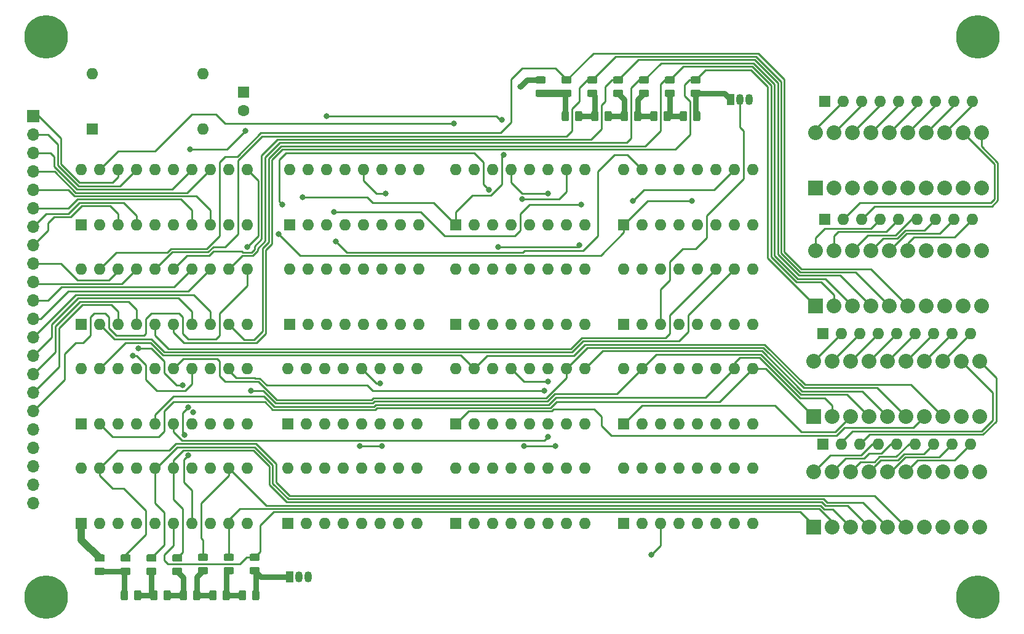
<source format=gbr>
%TF.GenerationSoftware,KiCad,Pcbnew,(5.1.10-1-10_14)*%
%TF.CreationDate,2021-08-16T01:31:51-04:00*%
%TF.ProjectId,sound,736f756e-642e-46b6-9963-61645f706362,rev?*%
%TF.SameCoordinates,Original*%
%TF.FileFunction,Copper,L1,Top*%
%TF.FilePolarity,Positive*%
%FSLAX46Y46*%
G04 Gerber Fmt 4.6, Leading zero omitted, Abs format (unit mm)*
G04 Created by KiCad (PCBNEW (5.1.10-1-10_14)) date 2021-08-16 01:31:51*
%MOMM*%
%LPD*%
G01*
G04 APERTURE LIST*
%TA.AperFunction,ComponentPad*%
%ADD10C,6.000000*%
%TD*%
%TA.AperFunction,ComponentPad*%
%ADD11C,0.800000*%
%TD*%
%TA.AperFunction,ComponentPad*%
%ADD12O,1.600000X1.600000*%
%TD*%
%TA.AperFunction,ComponentPad*%
%ADD13R,1.600000X1.600000*%
%TD*%
%TA.AperFunction,ComponentPad*%
%ADD14R,1.050000X1.500000*%
%TD*%
%TA.AperFunction,ComponentPad*%
%ADD15O,1.050000X1.500000*%
%TD*%
%TA.AperFunction,ComponentPad*%
%ADD16O,1.700000X1.700000*%
%TD*%
%TA.AperFunction,ComponentPad*%
%ADD17R,1.700000X1.700000*%
%TD*%
%TA.AperFunction,ComponentPad*%
%ADD18C,2.032000*%
%TD*%
%TA.AperFunction,ComponentPad*%
%ADD19R,2.032000X2.032000*%
%TD*%
%TA.AperFunction,ComponentPad*%
%ADD20C,1.600000*%
%TD*%
%TA.AperFunction,ViaPad*%
%ADD21C,0.800000*%
%TD*%
%TA.AperFunction,Conductor*%
%ADD22C,0.250000*%
%TD*%
%TA.AperFunction,Conductor*%
%ADD23C,1.000000*%
%TD*%
%TA.AperFunction,Conductor*%
%ADD24C,0.750000*%
%TD*%
G04 APERTURE END LIST*
D10*
%TO.P,REF\u002A\u002A,1*%
%TO.N,N/C*%
X264160000Y-105410000D03*
D11*
X266410000Y-105410000D03*
X265750990Y-107000990D03*
X264160000Y-107660000D03*
X262569010Y-107000990D03*
X261910000Y-105410000D03*
X262569010Y-103819010D03*
X264160000Y-103160000D03*
X265750990Y-103819010D03*
%TD*%
%TO.P,REF\u002A\u002A,1*%
%TO.N,N/C*%
X265750990Y-26603010D03*
X264160000Y-25944000D03*
X262569010Y-26603010D03*
X261910000Y-28194000D03*
X262569010Y-29784990D03*
X264160000Y-30444000D03*
X265750990Y-29784990D03*
X266410000Y-28194000D03*
D10*
X264160000Y-28194000D03*
%TD*%
D12*
%TO.P,U16,16*%
%TO.N,VCC*%
X215392000Y-60198000D03*
%TO.P,U16,8*%
%TO.N,GND*%
X233172000Y-67818000D03*
%TO.P,U16,15*%
%TO.N,Net-(U15-Pad2)*%
X217932000Y-60198000D03*
%TO.P,U16,7*%
%TO.N,Net-(U16-Pad7)*%
X230632000Y-67818000D03*
%TO.P,U16,14*%
%TO.N,Net-(U15-Pad6)*%
X220472000Y-60198000D03*
%TO.P,U16,6*%
%TO.N,GND*%
X228092000Y-67818000D03*
%TO.P,U16,13*%
%TO.N,Net-(U15-Pad7)*%
X223012000Y-60198000D03*
%TO.P,U16,5*%
%TO.N,Net-(U16-Pad5)*%
X225552000Y-67818000D03*
%TO.P,U16,12*%
%TO.N,Net-(U15-Pad3)*%
X225552000Y-60198000D03*
%TO.P,U16,4*%
%TO.N,Net-(U16-Pad4)*%
X223012000Y-67818000D03*
%TO.P,U16,11*%
%TO.N,A06*%
X228092000Y-60198000D03*
%TO.P,U16,3*%
%TO.N,Net-(Q2-Pad2)*%
X220472000Y-67818000D03*
%TO.P,U16,10*%
%TO.N,A07*%
X230632000Y-60198000D03*
%TO.P,U16,2*%
%TO.N,Net-(U16-Pad2)*%
X217932000Y-67818000D03*
%TO.P,U16,9*%
%TO.N,GND*%
X233172000Y-60198000D03*
D13*
%TO.P,U16,1*%
%TO.N,Net-(U16-Pad1)*%
X215392000Y-67818000D03*
%TD*%
D12*
%TO.P,U15,16*%
%TO.N,VCC*%
X192278000Y-60198000D03*
%TO.P,U15,8*%
%TO.N,GND*%
X210058000Y-67818000D03*
%TO.P,U15,15*%
%TO.N,Net-(U15-Pad15)*%
X194818000Y-60198000D03*
%TO.P,U15,7*%
%TO.N,Net-(U15-Pad7)*%
X207518000Y-67818000D03*
%TO.P,U15,14*%
%TO.N,GND*%
X197358000Y-60198000D03*
%TO.P,U15,6*%
%TO.N,Net-(U15-Pad6)*%
X204978000Y-67818000D03*
%TO.P,U15,13*%
%TO.N,Net-(U15-Pad13)*%
X199898000Y-60198000D03*
%TO.P,U15,5*%
%TO.N,Net-(U12-Pad11)*%
X202438000Y-67818000D03*
%TO.P,U15,12*%
%TO.N,Net-(U15-Pad12)*%
X202438000Y-60198000D03*
%TO.P,U15,4*%
%TO.N,VCC*%
X199898000Y-67818000D03*
%TO.P,U15,11*%
X204978000Y-60198000D03*
%TO.P,U15,3*%
%TO.N,Net-(U15-Pad3)*%
X197358000Y-67818000D03*
%TO.P,U15,10*%
%TO.N,Net-(U15-Pad10)*%
X207518000Y-60198000D03*
%TO.P,U15,2*%
%TO.N,Net-(U15-Pad2)*%
X194818000Y-67818000D03*
%TO.P,U15,9*%
%TO.N,Net-(U15-Pad9)*%
X210058000Y-60198000D03*
D13*
%TO.P,U15,1*%
%TO.N,Net-(U15-Pad1)*%
X192278000Y-67818000D03*
%TD*%
D12*
%TO.P,U14,16*%
%TO.N,VCC*%
X169418000Y-60198000D03*
%TO.P,U14,8*%
%TO.N,GND*%
X187198000Y-67818000D03*
%TO.P,U14,15*%
X171958000Y-60198000D03*
%TO.P,U14,7*%
%TO.N,Net-(U14-Pad7)*%
X184658000Y-67818000D03*
%TO.P,U14,14*%
%TO.N,GND*%
X174498000Y-60198000D03*
%TO.P,U14,6*%
%TO.N,Net-(U14-Pad6)*%
X182118000Y-67818000D03*
%TO.P,U14,13*%
%TO.N,Net-(U12-Pad11)*%
X177038000Y-60198000D03*
%TO.P,U14,5*%
%TO.N,VCC*%
X179578000Y-67818000D03*
%TO.P,U14,12*%
%TO.N,Net-(U14-Pad12)*%
X179578000Y-60198000D03*
%TO.P,U14,4*%
%TO.N,Net-(U12-Pad13)*%
X177038000Y-67818000D03*
%TO.P,U14,11*%
%TO.N,Net-(U12-Pad11)*%
X182118000Y-60198000D03*
%TO.P,U14,3*%
%TO.N,Net-(U14-Pad3)*%
X174498000Y-67818000D03*
%TO.P,U14,10*%
%TO.N,GND*%
X184658000Y-60198000D03*
%TO.P,U14,2*%
%TO.N,Net-(U14-Pad2)*%
X171958000Y-67818000D03*
%TO.P,U14,9*%
%TO.N,GND*%
X187198000Y-60198000D03*
D13*
%TO.P,U14,1*%
X169418000Y-67818000D03*
%TD*%
D12*
%TO.P,U13,20*%
%TO.N,VCC*%
X140716000Y-60198000D03*
%TO.P,U13,10*%
%TO.N,GND*%
X163576000Y-67818000D03*
%TO.P,U13,19*%
%TO.N,A00*%
X143256000Y-60198000D03*
%TO.P,U13,9*%
%TO.N,A04*%
X161036000Y-67818000D03*
%TO.P,U13,18*%
%TO.N,BUS_00*%
X145796000Y-60198000D03*
%TO.P,U13,8*%
%TO.N,BUS_04*%
X158496000Y-67818000D03*
%TO.P,U13,17*%
%TO.N,BUS_01*%
X148336000Y-60198000D03*
%TO.P,U13,7*%
%TO.N,BUS_05*%
X155956000Y-67818000D03*
%TO.P,U13,16*%
%TO.N,A01*%
X150876000Y-60198000D03*
%TO.P,U13,6*%
%TO.N,A05*%
X153416000Y-67818000D03*
%TO.P,U13,15*%
%TO.N,A02*%
X153416000Y-60198000D03*
%TO.P,U13,5*%
%TO.N,A06*%
X150876000Y-67818000D03*
%TO.P,U13,14*%
%TO.N,BUS_02*%
X155956000Y-60198000D03*
%TO.P,U13,4*%
%TO.N,BUS_06*%
X148336000Y-67818000D03*
%TO.P,U13,13*%
%TO.N,BUS_03*%
X158496000Y-60198000D03*
%TO.P,U13,3*%
%TO.N,BUS_07*%
X145796000Y-67818000D03*
%TO.P,U13,12*%
%TO.N,A03*%
X161036000Y-60198000D03*
%TO.P,U13,2*%
%TO.N,A07*%
X143256000Y-67818000D03*
%TO.P,U13,11*%
%TO.N,LATCH_A*%
X163576000Y-60198000D03*
D13*
%TO.P,U13,1*%
%TO.N,GND*%
X140716000Y-67818000D03*
%TD*%
D12*
%TO.P,U12,16*%
%TO.N,VCC*%
X215392000Y-46482000D03*
%TO.P,U12,8*%
%TO.N,GND*%
X233172000Y-54102000D03*
%TO.P,U12,15*%
%TO.N,A12*%
X217932000Y-46482000D03*
%TO.P,U12,7*%
%TO.N,Net-(U12-Pad7)*%
X230632000Y-54102000D03*
%TO.P,U12,14*%
%TO.N,GND*%
X220472000Y-46482000D03*
%TO.P,U12,6*%
%TO.N,Net-(U12-Pad6)*%
X228092000Y-54102000D03*
%TO.P,U12,13*%
%TO.N,Net-(U12-Pad13)*%
X223012000Y-46482000D03*
%TO.P,U12,5*%
%TO.N,VCC*%
X225552000Y-54102000D03*
%TO.P,U12,12*%
%TO.N,Net-(U12-Pad12)*%
X225552000Y-46482000D03*
%TO.P,U12,4*%
%TO.N,Net-(U12-Pad4)*%
X223012000Y-54102000D03*
%TO.P,U12,11*%
%TO.N,Net-(U12-Pad11)*%
X228092000Y-46482000D03*
%TO.P,U12,3*%
%TO.N,Net-(U12-Pad3)*%
X220472000Y-54102000D03*
%TO.P,U12,10*%
%TO.N,A14*%
X230632000Y-46482000D03*
%TO.P,U12,2*%
%TO.N,Net-(U12-Pad2)*%
X217932000Y-54102000D03*
%TO.P,U12,9*%
%TO.N,A15*%
X233172000Y-46482000D03*
D13*
%TO.P,U12,1*%
%TO.N,A13*%
X215392000Y-54102000D03*
%TD*%
D12*
%TO.P,U11,20*%
%TO.N,VCC*%
X140716000Y-46482000D03*
%TO.P,U11,10*%
%TO.N,GND*%
X163576000Y-54102000D03*
%TO.P,U11,19*%
%TO.N,A08*%
X143256000Y-46482000D03*
%TO.P,U11,9*%
%TO.N,A12*%
X161036000Y-54102000D03*
%TO.P,U11,18*%
%TO.N,BUS_08*%
X145796000Y-46482000D03*
%TO.P,U11,8*%
%TO.N,BUS_12*%
X158496000Y-54102000D03*
%TO.P,U11,17*%
%TO.N,BUS_09*%
X148336000Y-46482000D03*
%TO.P,U11,7*%
%TO.N,BUS_13*%
X155956000Y-54102000D03*
%TO.P,U11,16*%
%TO.N,A09*%
X150876000Y-46482000D03*
%TO.P,U11,6*%
%TO.N,A13*%
X153416000Y-54102000D03*
%TO.P,U11,15*%
%TO.N,A10*%
X153416000Y-46482000D03*
%TO.P,U11,5*%
%TO.N,A14*%
X150876000Y-54102000D03*
%TO.P,U11,14*%
%TO.N,BUS_10*%
X155956000Y-46482000D03*
%TO.P,U11,4*%
%TO.N,BUS_14*%
X148336000Y-54102000D03*
%TO.P,U11,13*%
%TO.N,BUS_11*%
X158496000Y-46482000D03*
%TO.P,U11,3*%
%TO.N,BUS_15*%
X145796000Y-54102000D03*
%TO.P,U11,12*%
%TO.N,A11*%
X161036000Y-46482000D03*
%TO.P,U11,2*%
%TO.N,A15*%
X143256000Y-54102000D03*
%TO.P,U11,11*%
%TO.N,LATCH_A*%
X163576000Y-46482000D03*
D13*
%TO.P,U11,1*%
%TO.N,GND*%
X140716000Y-54102000D03*
%TD*%
D12*
%TO.P,U7,16*%
%TO.N,VCC*%
X192278000Y-46482000D03*
%TO.P,U7,8*%
%TO.N,GND*%
X210058000Y-54102000D03*
%TO.P,U7,15*%
%TO.N,A08*%
X194818000Y-46482000D03*
%TO.P,U7,7*%
%TO.N,Net-(U7-Pad7)*%
X207518000Y-54102000D03*
%TO.P,U7,14*%
%TO.N,GND*%
X197358000Y-46482000D03*
%TO.P,U7,6*%
%TO.N,Net-(U7-Pad6)*%
X204978000Y-54102000D03*
%TO.P,U7,13*%
%TO.N,Net-(U12-Pad4)*%
X199898000Y-46482000D03*
%TO.P,U7,5*%
%TO.N,VCC*%
X202438000Y-54102000D03*
%TO.P,U7,12*%
%TO.N,Net-(U7-Pad12)*%
X202438000Y-46482000D03*
%TO.P,U7,4*%
%TO.N,Net-(U5-Pad12)*%
X199898000Y-54102000D03*
%TO.P,U7,11*%
%TO.N,Net-(U12-Pad11)*%
X204978000Y-46482000D03*
%TO.P,U7,3*%
%TO.N,Net-(U7-Pad3)*%
X197358000Y-54102000D03*
%TO.P,U7,10*%
%TO.N,A10*%
X207518000Y-46482000D03*
%TO.P,U7,2*%
%TO.N,Net-(U7-Pad2)*%
X194818000Y-54102000D03*
%TO.P,U7,9*%
%TO.N,A11*%
X210058000Y-46482000D03*
D13*
%TO.P,U7,1*%
%TO.N,A09*%
X192278000Y-54102000D03*
%TD*%
D12*
%TO.P,U5,16*%
%TO.N,VCC*%
X169418000Y-46482000D03*
%TO.P,U5,8*%
%TO.N,GND*%
X187198000Y-54102000D03*
%TO.P,U5,15*%
%TO.N,VCC*%
X171958000Y-46482000D03*
%TO.P,U5,7*%
%TO.N,Net-(U5-Pad7)*%
X184658000Y-54102000D03*
%TO.P,U5,14*%
%TO.N,GND*%
X174498000Y-46482000D03*
%TO.P,U5,6*%
%TO.N,Net-(U5-Pad6)*%
X182118000Y-54102000D03*
%TO.P,U5,13*%
%TO.N,Net-(U5-Pad13)*%
X177038000Y-46482000D03*
%TO.P,U5,5*%
%TO.N,1MHZ_OSCILLATOR*%
X179578000Y-54102000D03*
%TO.P,U5,12*%
%TO.N,Net-(U5-Pad12)*%
X179578000Y-46482000D03*
%TO.P,U5,4*%
%TO.N,VCC*%
X177038000Y-54102000D03*
%TO.P,U5,11*%
%TO.N,Net-(U12-Pad11)*%
X182118000Y-46482000D03*
%TO.P,U5,3*%
%TO.N,Net-(U5-Pad3)*%
X174498000Y-54102000D03*
%TO.P,U5,10*%
%TO.N,VCC*%
X184658000Y-46482000D03*
%TO.P,U5,2*%
%TO.N,Net-(U5-Pad2)*%
X171958000Y-54102000D03*
%TO.P,U5,9*%
%TO.N,VCC*%
X187198000Y-46482000D03*
D13*
%TO.P,U5,1*%
X169418000Y-54102000D03*
%TD*%
D12*
%TO.P,RN4,9*%
%TO.N,Net-(BAR4-Pad13)*%
X263398000Y-37084000D03*
%TO.P,RN4,8*%
%TO.N,Net-(BAR4-Pad14)*%
X260858000Y-37084000D03*
%TO.P,RN4,7*%
%TO.N,Net-(BAR4-Pad15)*%
X258318000Y-37084000D03*
%TO.P,RN4,6*%
%TO.N,Net-(BAR4-Pad16)*%
X255778000Y-37084000D03*
%TO.P,RN4,5*%
%TO.N,Net-(BAR4-Pad17)*%
X253238000Y-37084000D03*
%TO.P,RN4,4*%
%TO.N,Net-(BAR4-Pad18)*%
X250698000Y-37084000D03*
%TO.P,RN4,3*%
%TO.N,Net-(BAR4-Pad19)*%
X248158000Y-37084000D03*
%TO.P,RN4,2*%
%TO.N,Net-(BAR4-Pad20)*%
X245618000Y-37084000D03*
D13*
%TO.P,RN4,1*%
%TO.N,GND*%
X243078000Y-37084000D03*
%TD*%
D12*
%TO.P,RN3,9*%
%TO.N,Net-(BAR3-Pad15)*%
X263398000Y-53340000D03*
%TO.P,RN3,8*%
%TO.N,Net-(BAR3-Pad16)*%
X260858000Y-53340000D03*
%TO.P,RN3,7*%
%TO.N,Net-(BAR3-Pad17)*%
X258318000Y-53340000D03*
%TO.P,RN3,6*%
%TO.N,Net-(BAR3-Pad18)*%
X255778000Y-53340000D03*
%TO.P,RN3,5*%
%TO.N,Net-(BAR3-Pad19)*%
X253238000Y-53340000D03*
%TO.P,RN3,4*%
%TO.N,Net-(BAR3-Pad20)*%
X250698000Y-53340000D03*
%TO.P,RN3,3*%
%TO.N,Net-(BAR4-Pad11)*%
X248158000Y-53340000D03*
%TO.P,RN3,2*%
%TO.N,Net-(BAR4-Pad12)*%
X245618000Y-53340000D03*
D13*
%TO.P,RN3,1*%
%TO.N,GND*%
X243078000Y-53340000D03*
%TD*%
%TO.P,R24,2*%
%TO.N,Net-(R22-Pad1)*%
%TA.AperFunction,SMDPad,CuDef*%
G36*
G01*
X207067999Y-35452000D02*
X207968001Y-35452000D01*
G75*
G02*
X208218000Y-35701999I0J-249999D01*
G01*
X208218000Y-36227001D01*
G75*
G02*
X207968001Y-36477000I-249999J0D01*
G01*
X207067999Y-36477000D01*
G75*
G02*
X206818000Y-36227001I0J249999D01*
G01*
X206818000Y-35701999D01*
G75*
G02*
X207067999Y-35452000I249999J0D01*
G01*
G37*
%TD.AperFunction*%
%TO.P,R24,1*%
%TO.N,A00*%
%TA.AperFunction,SMDPad,CuDef*%
G36*
G01*
X207067999Y-33627000D02*
X207968001Y-33627000D01*
G75*
G02*
X208218000Y-33876999I0J-249999D01*
G01*
X208218000Y-34402001D01*
G75*
G02*
X207968001Y-34652000I-249999J0D01*
G01*
X207067999Y-34652000D01*
G75*
G02*
X206818000Y-34402001I0J249999D01*
G01*
X206818000Y-33876999D01*
G75*
G02*
X207067999Y-33627000I249999J0D01*
G01*
G37*
%TD.AperFunction*%
%TD*%
%TO.P,R23,2*%
%TO.N,Net-(R22-Pad1)*%
%TA.AperFunction,SMDPad,CuDef*%
G36*
G01*
X203511999Y-35452000D02*
X204412001Y-35452000D01*
G75*
G02*
X204662000Y-35701999I0J-249999D01*
G01*
X204662000Y-36227001D01*
G75*
G02*
X204412001Y-36477000I-249999J0D01*
G01*
X203511999Y-36477000D01*
G75*
G02*
X203262000Y-36227001I0J249999D01*
G01*
X203262000Y-35701999D01*
G75*
G02*
X203511999Y-35452000I249999J0D01*
G01*
G37*
%TD.AperFunction*%
%TO.P,R23,1*%
%TO.N,GND*%
%TA.AperFunction,SMDPad,CuDef*%
G36*
G01*
X203511999Y-33627000D02*
X204412001Y-33627000D01*
G75*
G02*
X204662000Y-33876999I0J-249999D01*
G01*
X204662000Y-34402001D01*
G75*
G02*
X204412001Y-34652000I-249999J0D01*
G01*
X203511999Y-34652000D01*
G75*
G02*
X203262000Y-34402001I0J249999D01*
G01*
X203262000Y-33876999D01*
G75*
G02*
X203511999Y-33627000I249999J0D01*
G01*
G37*
%TD.AperFunction*%
%TD*%
%TO.P,R22,2*%
%TO.N,Net-(R20-Pad1)*%
%TA.AperFunction,SMDPad,CuDef*%
G36*
G01*
X208680000Y-39566001D02*
X208680000Y-38665999D01*
G75*
G02*
X208929999Y-38416000I249999J0D01*
G01*
X209455001Y-38416000D01*
G75*
G02*
X209705000Y-38665999I0J-249999D01*
G01*
X209705000Y-39566001D01*
G75*
G02*
X209455001Y-39816000I-249999J0D01*
G01*
X208929999Y-39816000D01*
G75*
G02*
X208680000Y-39566001I0J249999D01*
G01*
G37*
%TD.AperFunction*%
%TO.P,R22,1*%
%TO.N,Net-(R22-Pad1)*%
%TA.AperFunction,SMDPad,CuDef*%
G36*
G01*
X206855000Y-39566001D02*
X206855000Y-38665999D01*
G75*
G02*
X207104999Y-38416000I249999J0D01*
G01*
X207630001Y-38416000D01*
G75*
G02*
X207880000Y-38665999I0J-249999D01*
G01*
X207880000Y-39566001D01*
G75*
G02*
X207630001Y-39816000I-249999J0D01*
G01*
X207104999Y-39816000D01*
G75*
G02*
X206855000Y-39566001I0J249999D01*
G01*
G37*
%TD.AperFunction*%
%TD*%
%TO.P,R21,2*%
%TO.N,Net-(R20-Pad1)*%
%TA.AperFunction,SMDPad,CuDef*%
G36*
G01*
X210623999Y-35452000D02*
X211524001Y-35452000D01*
G75*
G02*
X211774000Y-35701999I0J-249999D01*
G01*
X211774000Y-36227001D01*
G75*
G02*
X211524001Y-36477000I-249999J0D01*
G01*
X210623999Y-36477000D01*
G75*
G02*
X210374000Y-36227001I0J249999D01*
G01*
X210374000Y-35701999D01*
G75*
G02*
X210623999Y-35452000I249999J0D01*
G01*
G37*
%TD.AperFunction*%
%TO.P,R21,1*%
%TO.N,A01*%
%TA.AperFunction,SMDPad,CuDef*%
G36*
G01*
X210623999Y-33627000D02*
X211524001Y-33627000D01*
G75*
G02*
X211774000Y-33876999I0J-249999D01*
G01*
X211774000Y-34402001D01*
G75*
G02*
X211524001Y-34652000I-249999J0D01*
G01*
X210623999Y-34652000D01*
G75*
G02*
X210374000Y-34402001I0J249999D01*
G01*
X210374000Y-33876999D01*
G75*
G02*
X210623999Y-33627000I249999J0D01*
G01*
G37*
%TD.AperFunction*%
%TD*%
%TO.P,R20,2*%
%TO.N,Net-(R18-Pad1)*%
%TA.AperFunction,SMDPad,CuDef*%
G36*
G01*
X212744000Y-39566001D02*
X212744000Y-38665999D01*
G75*
G02*
X212993999Y-38416000I249999J0D01*
G01*
X213519001Y-38416000D01*
G75*
G02*
X213769000Y-38665999I0J-249999D01*
G01*
X213769000Y-39566001D01*
G75*
G02*
X213519001Y-39816000I-249999J0D01*
G01*
X212993999Y-39816000D01*
G75*
G02*
X212744000Y-39566001I0J249999D01*
G01*
G37*
%TD.AperFunction*%
%TO.P,R20,1*%
%TO.N,Net-(R20-Pad1)*%
%TA.AperFunction,SMDPad,CuDef*%
G36*
G01*
X210919000Y-39566001D02*
X210919000Y-38665999D01*
G75*
G02*
X211168999Y-38416000I249999J0D01*
G01*
X211694001Y-38416000D01*
G75*
G02*
X211944000Y-38665999I0J-249999D01*
G01*
X211944000Y-39566001D01*
G75*
G02*
X211694001Y-39816000I-249999J0D01*
G01*
X211168999Y-39816000D01*
G75*
G02*
X210919000Y-39566001I0J249999D01*
G01*
G37*
%TD.AperFunction*%
%TD*%
%TO.P,R19,2*%
%TO.N,Net-(R18-Pad1)*%
%TA.AperFunction,SMDPad,CuDef*%
G36*
G01*
X214179999Y-35452000D02*
X215080001Y-35452000D01*
G75*
G02*
X215330000Y-35701999I0J-249999D01*
G01*
X215330000Y-36227001D01*
G75*
G02*
X215080001Y-36477000I-249999J0D01*
G01*
X214179999Y-36477000D01*
G75*
G02*
X213930000Y-36227001I0J249999D01*
G01*
X213930000Y-35701999D01*
G75*
G02*
X214179999Y-35452000I249999J0D01*
G01*
G37*
%TD.AperFunction*%
%TO.P,R19,1*%
%TO.N,A02*%
%TA.AperFunction,SMDPad,CuDef*%
G36*
G01*
X214179999Y-33627000D02*
X215080001Y-33627000D01*
G75*
G02*
X215330000Y-33876999I0J-249999D01*
G01*
X215330000Y-34402001D01*
G75*
G02*
X215080001Y-34652000I-249999J0D01*
G01*
X214179999Y-34652000D01*
G75*
G02*
X213930000Y-34402001I0J249999D01*
G01*
X213930000Y-33876999D01*
G75*
G02*
X214179999Y-33627000I249999J0D01*
G01*
G37*
%TD.AperFunction*%
%TD*%
%TO.P,R18,2*%
%TO.N,Net-(R16-Pad1)*%
%TA.AperFunction,SMDPad,CuDef*%
G36*
G01*
X216808000Y-39566001D02*
X216808000Y-38665999D01*
G75*
G02*
X217057999Y-38416000I249999J0D01*
G01*
X217583001Y-38416000D01*
G75*
G02*
X217833000Y-38665999I0J-249999D01*
G01*
X217833000Y-39566001D01*
G75*
G02*
X217583001Y-39816000I-249999J0D01*
G01*
X217057999Y-39816000D01*
G75*
G02*
X216808000Y-39566001I0J249999D01*
G01*
G37*
%TD.AperFunction*%
%TO.P,R18,1*%
%TO.N,Net-(R18-Pad1)*%
%TA.AperFunction,SMDPad,CuDef*%
G36*
G01*
X214983000Y-39566001D02*
X214983000Y-38665999D01*
G75*
G02*
X215232999Y-38416000I249999J0D01*
G01*
X215758001Y-38416000D01*
G75*
G02*
X216008000Y-38665999I0J-249999D01*
G01*
X216008000Y-39566001D01*
G75*
G02*
X215758001Y-39816000I-249999J0D01*
G01*
X215232999Y-39816000D01*
G75*
G02*
X214983000Y-39566001I0J249999D01*
G01*
G37*
%TD.AperFunction*%
%TD*%
%TO.P,R17,2*%
%TO.N,Net-(R16-Pad1)*%
%TA.AperFunction,SMDPad,CuDef*%
G36*
G01*
X217735999Y-35452000D02*
X218636001Y-35452000D01*
G75*
G02*
X218886000Y-35701999I0J-249999D01*
G01*
X218886000Y-36227001D01*
G75*
G02*
X218636001Y-36477000I-249999J0D01*
G01*
X217735999Y-36477000D01*
G75*
G02*
X217486000Y-36227001I0J249999D01*
G01*
X217486000Y-35701999D01*
G75*
G02*
X217735999Y-35452000I249999J0D01*
G01*
G37*
%TD.AperFunction*%
%TO.P,R17,1*%
%TO.N,A03*%
%TA.AperFunction,SMDPad,CuDef*%
G36*
G01*
X217735999Y-33627000D02*
X218636001Y-33627000D01*
G75*
G02*
X218886000Y-33876999I0J-249999D01*
G01*
X218886000Y-34402001D01*
G75*
G02*
X218636001Y-34652000I-249999J0D01*
G01*
X217735999Y-34652000D01*
G75*
G02*
X217486000Y-34402001I0J249999D01*
G01*
X217486000Y-33876999D01*
G75*
G02*
X217735999Y-33627000I249999J0D01*
G01*
G37*
%TD.AperFunction*%
%TD*%
%TO.P,R16,2*%
%TO.N,Net-(R14-Pad1)*%
%TA.AperFunction,SMDPad,CuDef*%
G36*
G01*
X220872000Y-39566001D02*
X220872000Y-38665999D01*
G75*
G02*
X221121999Y-38416000I249999J0D01*
G01*
X221647001Y-38416000D01*
G75*
G02*
X221897000Y-38665999I0J-249999D01*
G01*
X221897000Y-39566001D01*
G75*
G02*
X221647001Y-39816000I-249999J0D01*
G01*
X221121999Y-39816000D01*
G75*
G02*
X220872000Y-39566001I0J249999D01*
G01*
G37*
%TD.AperFunction*%
%TO.P,R16,1*%
%TO.N,Net-(R16-Pad1)*%
%TA.AperFunction,SMDPad,CuDef*%
G36*
G01*
X219047000Y-39566001D02*
X219047000Y-38665999D01*
G75*
G02*
X219296999Y-38416000I249999J0D01*
G01*
X219822001Y-38416000D01*
G75*
G02*
X220072000Y-38665999I0J-249999D01*
G01*
X220072000Y-39566001D01*
G75*
G02*
X219822001Y-39816000I-249999J0D01*
G01*
X219296999Y-39816000D01*
G75*
G02*
X219047000Y-39566001I0J249999D01*
G01*
G37*
%TD.AperFunction*%
%TD*%
%TO.P,R15,2*%
%TO.N,Net-(R14-Pad1)*%
%TA.AperFunction,SMDPad,CuDef*%
G36*
G01*
X221291999Y-35452000D02*
X222192001Y-35452000D01*
G75*
G02*
X222442000Y-35701999I0J-249999D01*
G01*
X222442000Y-36227001D01*
G75*
G02*
X222192001Y-36477000I-249999J0D01*
G01*
X221291999Y-36477000D01*
G75*
G02*
X221042000Y-36227001I0J249999D01*
G01*
X221042000Y-35701999D01*
G75*
G02*
X221291999Y-35452000I249999J0D01*
G01*
G37*
%TD.AperFunction*%
%TO.P,R15,1*%
%TO.N,A04*%
%TA.AperFunction,SMDPad,CuDef*%
G36*
G01*
X221291999Y-33627000D02*
X222192001Y-33627000D01*
G75*
G02*
X222442000Y-33876999I0J-249999D01*
G01*
X222442000Y-34402001D01*
G75*
G02*
X222192001Y-34652000I-249999J0D01*
G01*
X221291999Y-34652000D01*
G75*
G02*
X221042000Y-34402001I0J249999D01*
G01*
X221042000Y-33876999D01*
G75*
G02*
X221291999Y-33627000I249999J0D01*
G01*
G37*
%TD.AperFunction*%
%TD*%
%TO.P,R14,2*%
%TO.N,Net-(Q2-Pad1)*%
%TA.AperFunction,SMDPad,CuDef*%
G36*
G01*
X224936000Y-39566001D02*
X224936000Y-38665999D01*
G75*
G02*
X225185999Y-38416000I249999J0D01*
G01*
X225711001Y-38416000D01*
G75*
G02*
X225961000Y-38665999I0J-249999D01*
G01*
X225961000Y-39566001D01*
G75*
G02*
X225711001Y-39816000I-249999J0D01*
G01*
X225185999Y-39816000D01*
G75*
G02*
X224936000Y-39566001I0J249999D01*
G01*
G37*
%TD.AperFunction*%
%TO.P,R14,1*%
%TO.N,Net-(R14-Pad1)*%
%TA.AperFunction,SMDPad,CuDef*%
G36*
G01*
X223111000Y-39566001D02*
X223111000Y-38665999D01*
G75*
G02*
X223360999Y-38416000I249999J0D01*
G01*
X223886001Y-38416000D01*
G75*
G02*
X224136000Y-38665999I0J-249999D01*
G01*
X224136000Y-39566001D01*
G75*
G02*
X223886001Y-39816000I-249999J0D01*
G01*
X223360999Y-39816000D01*
G75*
G02*
X223111000Y-39566001I0J249999D01*
G01*
G37*
%TD.AperFunction*%
%TD*%
%TO.P,R13,2*%
%TO.N,Net-(Q2-Pad1)*%
%TA.AperFunction,SMDPad,CuDef*%
G36*
G01*
X224847999Y-35452000D02*
X225748001Y-35452000D01*
G75*
G02*
X225998000Y-35701999I0J-249999D01*
G01*
X225998000Y-36227001D01*
G75*
G02*
X225748001Y-36477000I-249999J0D01*
G01*
X224847999Y-36477000D01*
G75*
G02*
X224598000Y-36227001I0J249999D01*
G01*
X224598000Y-35701999D01*
G75*
G02*
X224847999Y-35452000I249999J0D01*
G01*
G37*
%TD.AperFunction*%
%TO.P,R13,1*%
%TO.N,A05*%
%TA.AperFunction,SMDPad,CuDef*%
G36*
G01*
X224847999Y-33627000D02*
X225748001Y-33627000D01*
G75*
G02*
X225998000Y-33876999I0J-249999D01*
G01*
X225998000Y-34402001D01*
G75*
G02*
X225748001Y-34652000I-249999J0D01*
G01*
X224847999Y-34652000D01*
G75*
G02*
X224598000Y-34402001I0J249999D01*
G01*
X224598000Y-33876999D01*
G75*
G02*
X224847999Y-33627000I249999J0D01*
G01*
G37*
%TD.AperFunction*%
%TD*%
D14*
%TO.P,Q2,1*%
%TO.N,Net-(Q2-Pad1)*%
X230124000Y-36830000D03*
D15*
%TO.P,Q2,3*%
%TO.N,VOICE_A_OUT*%
X232664000Y-36830000D03*
%TO.P,Q2,2*%
%TO.N,Net-(Q2-Pad2)*%
X231394000Y-36830000D03*
%TD*%
D16*
%TO.P,J69,22*%
%TO.N,VCC*%
X134112000Y-92456000D03*
%TO.P,J69,21*%
%TO.N,GND*%
X134112000Y-89916000D03*
%TO.P,J69,20*%
%TO.N,VOICE_B_OUT*%
X134112000Y-87376000D03*
%TO.P,J69,19*%
%TO.N,LATCH_B*%
X134112000Y-84836000D03*
%TO.P,J69,18*%
%TO.N,VOICE_A_OUT*%
X134112000Y-82296000D03*
%TO.P,J69,17*%
%TO.N,LATCH_A*%
X134112000Y-79756000D03*
%TO.P,J69,16*%
%TO.N,BUS_07*%
X134112000Y-77216000D03*
%TO.P,J69,15*%
%TO.N,BUS_06*%
X134112000Y-74676000D03*
%TO.P,J69,14*%
%TO.N,BUS_05*%
X134112000Y-72136000D03*
%TO.P,J69,13*%
%TO.N,BUS_04*%
X134112000Y-69596000D03*
%TO.P,J69,12*%
%TO.N,BUS_03*%
X134112000Y-67056000D03*
%TO.P,J69,11*%
%TO.N,BUS_02*%
X134112000Y-64516000D03*
%TO.P,J69,10*%
%TO.N,BUS_01*%
X134112000Y-61976000D03*
%TO.P,J69,9*%
%TO.N,BUS_00*%
X134112000Y-59436000D03*
%TO.P,J69,8*%
%TO.N,BUS_15*%
X134112000Y-56896000D03*
%TO.P,J69,7*%
%TO.N,BUS_14*%
X134112000Y-54356000D03*
%TO.P,J69,6*%
%TO.N,BUS_13*%
X134112000Y-51816000D03*
%TO.P,J69,5*%
%TO.N,BUS_12*%
X134112000Y-49276000D03*
%TO.P,J69,4*%
%TO.N,BUS_11*%
X134112000Y-46736000D03*
%TO.P,J69,3*%
%TO.N,BUS_10*%
X134112000Y-44196000D03*
%TO.P,J69,2*%
%TO.N,BUS_09*%
X134112000Y-41656000D03*
D17*
%TO.P,J69,1*%
%TO.N,BUS_08*%
X134112000Y-39116000D03*
%TD*%
D18*
%TO.P,BAR4,20*%
%TO.N,Net-(BAR4-Pad20)*%
X241808000Y-41402000D03*
%TO.P,BAR4,19*%
%TO.N,Net-(BAR4-Pad19)*%
X244348000Y-41402000D03*
%TO.P,BAR4,18*%
%TO.N,Net-(BAR4-Pad18)*%
X246888000Y-41402000D03*
%TO.P,BAR4,17*%
%TO.N,Net-(BAR4-Pad17)*%
X249428000Y-41402000D03*
%TO.P,BAR4,9*%
%TO.N,A07*%
X262128000Y-49022000D03*
%TO.P,BAR4,10*%
%TO.N,A06*%
X264668000Y-49022000D03*
%TO.P,BAR4,11*%
%TO.N,Net-(BAR4-Pad11)*%
X264668000Y-41402000D03*
%TO.P,BAR4,12*%
%TO.N,Net-(BAR4-Pad12)*%
X262128000Y-41402000D03*
%TO.P,BAR4,8*%
%TO.N,A08*%
X259588000Y-49022000D03*
%TO.P,BAR4,7*%
%TO.N,A09*%
X257048000Y-49022000D03*
%TO.P,BAR4,6*%
%TO.N,A10*%
X254508000Y-49022000D03*
%TO.P,BAR4,5*%
%TO.N,A11*%
X251968000Y-49022000D03*
%TO.P,BAR4,16*%
%TO.N,Net-(BAR4-Pad16)*%
X251968000Y-41402000D03*
%TO.P,BAR4,15*%
%TO.N,Net-(BAR4-Pad15)*%
X254508000Y-41402000D03*
%TO.P,BAR4,14*%
%TO.N,Net-(BAR4-Pad14)*%
X257048000Y-41402000D03*
%TO.P,BAR4,13*%
%TO.N,Net-(BAR4-Pad13)*%
X259588000Y-41402000D03*
%TO.P,BAR4,4*%
%TO.N,A12*%
X249428000Y-49022000D03*
%TO.P,BAR4,3*%
%TO.N,A13*%
X246888000Y-49022000D03*
%TO.P,BAR4,2*%
%TO.N,A14*%
X244348000Y-49022000D03*
D19*
%TO.P,BAR4,1*%
%TO.N,A15*%
X241808000Y-49022000D03*
%TD*%
D18*
%TO.P,BAR3,20*%
%TO.N,Net-(BAR3-Pad20)*%
X241808000Y-57658000D03*
%TO.P,BAR3,19*%
%TO.N,Net-(BAR3-Pad19)*%
X244348000Y-57658000D03*
%TO.P,BAR3,18*%
%TO.N,Net-(BAR3-Pad18)*%
X246888000Y-57658000D03*
%TO.P,BAR3,17*%
%TO.N,Net-(BAR3-Pad17)*%
X249428000Y-57658000D03*
%TO.P,BAR3,9*%
%TO.N,Net-(BAR3-Pad9)*%
X262128000Y-65278000D03*
%TO.P,BAR3,10*%
%TO.N,Net-(BAR3-Pad10)*%
X264668000Y-65278000D03*
%TO.P,BAR3,11*%
%TO.N,Net-(BAR3-Pad11)*%
X264668000Y-57658000D03*
%TO.P,BAR3,12*%
%TO.N,Net-(BAR3-Pad12)*%
X262128000Y-57658000D03*
%TO.P,BAR3,8*%
%TO.N,Net-(BAR3-Pad8)*%
X259588000Y-65278000D03*
%TO.P,BAR3,7*%
%TO.N,Net-(BAR3-Pad7)*%
X257048000Y-65278000D03*
%TO.P,BAR3,6*%
%TO.N,A00*%
X254508000Y-65278000D03*
%TO.P,BAR3,5*%
%TO.N,A01*%
X251968000Y-65278000D03*
%TO.P,BAR3,16*%
%TO.N,Net-(BAR3-Pad16)*%
X251968000Y-57658000D03*
%TO.P,BAR3,15*%
%TO.N,Net-(BAR3-Pad15)*%
X254508000Y-57658000D03*
%TO.P,BAR3,14*%
%TO.N,Net-(BAR3-Pad14)*%
X257048000Y-57658000D03*
%TO.P,BAR3,13*%
%TO.N,Net-(BAR3-Pad13)*%
X259588000Y-57658000D03*
%TO.P,BAR3,4*%
%TO.N,A02*%
X249428000Y-65278000D03*
%TO.P,BAR3,3*%
%TO.N,A03*%
X246888000Y-65278000D03*
%TO.P,BAR3,2*%
%TO.N,A04*%
X244348000Y-65278000D03*
D19*
%TO.P,BAR3,1*%
%TO.N,A05*%
X241808000Y-65278000D03*
%TD*%
D10*
%TO.P,REF\u002A\u002A,1*%
%TO.N,N/C*%
X135890000Y-28194000D03*
D11*
X138140000Y-28194000D03*
X137480990Y-29784990D03*
X135890000Y-30444000D03*
X134299010Y-29784990D03*
X133640000Y-28194000D03*
X134299010Y-26603010D03*
X135890000Y-25944000D03*
X137480990Y-26603010D03*
%TD*%
%TO.P,REF\u002A\u002A,1*%
%TO.N,N/C*%
X137480990Y-103819010D03*
X135890000Y-103160000D03*
X134299010Y-103819010D03*
X133640000Y-105410000D03*
X134299010Y-107000990D03*
X135890000Y-107660000D03*
X137480990Y-107000990D03*
X138140000Y-105410000D03*
D10*
X135890000Y-105410000D03*
%TD*%
D12*
%TO.P,RN2,9*%
%TO.N,Net-(BAR2-Pad13)*%
X263144000Y-69088000D03*
%TO.P,RN2,8*%
%TO.N,Net-(BAR2-Pad14)*%
X260604000Y-69088000D03*
%TO.P,RN2,7*%
%TO.N,Net-(BAR2-Pad15)*%
X258064000Y-69088000D03*
%TO.P,RN2,6*%
%TO.N,Net-(BAR2-Pad16)*%
X255524000Y-69088000D03*
%TO.P,RN2,5*%
%TO.N,Net-(BAR2-Pad17)*%
X252984000Y-69088000D03*
%TO.P,RN2,4*%
%TO.N,Net-(BAR2-Pad18)*%
X250444000Y-69088000D03*
%TO.P,RN2,3*%
%TO.N,Net-(BAR2-Pad19)*%
X247904000Y-69088000D03*
%TO.P,RN2,2*%
%TO.N,Net-(BAR2-Pad20)*%
X245364000Y-69088000D03*
D13*
%TO.P,RN2,1*%
%TO.N,GND*%
X242824000Y-69088000D03*
%TD*%
D12*
%TO.P,RN1,9*%
%TO.N,Net-(BAR1-Pad15)*%
X263144000Y-84328000D03*
%TO.P,RN1,8*%
%TO.N,Net-(BAR1-Pad16)*%
X260604000Y-84328000D03*
%TO.P,RN1,7*%
%TO.N,Net-(BAR1-Pad17)*%
X258064000Y-84328000D03*
%TO.P,RN1,6*%
%TO.N,Net-(BAR1-Pad18)*%
X255524000Y-84328000D03*
%TO.P,RN1,5*%
%TO.N,Net-(BAR1-Pad19)*%
X252984000Y-84328000D03*
%TO.P,RN1,4*%
%TO.N,Net-(BAR1-Pad20)*%
X250444000Y-84328000D03*
%TO.P,RN1,3*%
%TO.N,Net-(BAR2-Pad11)*%
X247904000Y-84328000D03*
%TO.P,RN1,2*%
%TO.N,Net-(BAR2-Pad12)*%
X245364000Y-84328000D03*
D13*
%TO.P,RN1,1*%
%TO.N,GND*%
X242824000Y-84328000D03*
%TD*%
D18*
%TO.P,BAR2,20*%
%TO.N,Net-(BAR2-Pad20)*%
X241554000Y-72898000D03*
%TO.P,BAR2,19*%
%TO.N,Net-(BAR2-Pad19)*%
X244094000Y-72898000D03*
%TO.P,BAR2,18*%
%TO.N,Net-(BAR2-Pad18)*%
X246634000Y-72898000D03*
%TO.P,BAR2,17*%
%TO.N,Net-(BAR2-Pad17)*%
X249174000Y-72898000D03*
%TO.P,BAR2,9*%
%TO.N,B07*%
X261874000Y-80518000D03*
%TO.P,BAR2,10*%
%TO.N,B06*%
X264414000Y-80518000D03*
%TO.P,BAR2,11*%
%TO.N,Net-(BAR2-Pad11)*%
X264414000Y-72898000D03*
%TO.P,BAR2,12*%
%TO.N,Net-(BAR2-Pad12)*%
X261874000Y-72898000D03*
%TO.P,BAR2,8*%
%TO.N,B08*%
X259334000Y-80518000D03*
%TO.P,BAR2,7*%
%TO.N,B09*%
X256794000Y-80518000D03*
%TO.P,BAR2,6*%
%TO.N,B10*%
X254254000Y-80518000D03*
%TO.P,BAR2,5*%
%TO.N,B11*%
X251714000Y-80518000D03*
%TO.P,BAR2,16*%
%TO.N,Net-(BAR2-Pad16)*%
X251714000Y-72898000D03*
%TO.P,BAR2,15*%
%TO.N,Net-(BAR2-Pad15)*%
X254254000Y-72898000D03*
%TO.P,BAR2,14*%
%TO.N,Net-(BAR2-Pad14)*%
X256794000Y-72898000D03*
%TO.P,BAR2,13*%
%TO.N,Net-(BAR2-Pad13)*%
X259334000Y-72898000D03*
%TO.P,BAR2,4*%
%TO.N,B12*%
X249174000Y-80518000D03*
%TO.P,BAR2,3*%
%TO.N,B13*%
X246634000Y-80518000D03*
%TO.P,BAR2,2*%
%TO.N,B14*%
X244094000Y-80518000D03*
D19*
%TO.P,BAR2,1*%
%TO.N,B15*%
X241554000Y-80518000D03*
%TD*%
D18*
%TO.P,BAR1,20*%
%TO.N,Net-(BAR1-Pad20)*%
X241554000Y-88138000D03*
%TO.P,BAR1,19*%
%TO.N,Net-(BAR1-Pad19)*%
X244094000Y-88138000D03*
%TO.P,BAR1,18*%
%TO.N,Net-(BAR1-Pad18)*%
X246634000Y-88138000D03*
%TO.P,BAR1,17*%
%TO.N,Net-(BAR1-Pad17)*%
X249174000Y-88138000D03*
%TO.P,BAR1,9*%
%TO.N,Net-(BAR1-Pad9)*%
X261874000Y-95758000D03*
%TO.P,BAR1,10*%
%TO.N,Net-(BAR1-Pad10)*%
X264414000Y-95758000D03*
%TO.P,BAR1,11*%
%TO.N,Net-(BAR1-Pad11)*%
X264414000Y-88138000D03*
%TO.P,BAR1,12*%
%TO.N,Net-(BAR1-Pad12)*%
X261874000Y-88138000D03*
%TO.P,BAR1,8*%
%TO.N,Net-(BAR1-Pad8)*%
X259334000Y-95758000D03*
%TO.P,BAR1,7*%
%TO.N,Net-(BAR1-Pad7)*%
X256794000Y-95758000D03*
%TO.P,BAR1,6*%
%TO.N,B00*%
X254254000Y-95758000D03*
%TO.P,BAR1,5*%
%TO.N,B01*%
X251714000Y-95758000D03*
%TO.P,BAR1,16*%
%TO.N,Net-(BAR1-Pad16)*%
X251714000Y-88138000D03*
%TO.P,BAR1,15*%
%TO.N,Net-(BAR1-Pad15)*%
X254254000Y-88138000D03*
%TO.P,BAR1,14*%
%TO.N,Net-(BAR1-Pad14)*%
X256794000Y-88138000D03*
%TO.P,BAR1,13*%
%TO.N,Net-(BAR1-Pad13)*%
X259334000Y-88138000D03*
%TO.P,BAR1,4*%
%TO.N,B02*%
X249174000Y-95758000D03*
%TO.P,BAR1,3*%
%TO.N,B03*%
X246634000Y-95758000D03*
%TO.P,BAR1,2*%
%TO.N,B04*%
X244094000Y-95758000D03*
D19*
%TO.P,BAR1,1*%
%TO.N,B05*%
X241554000Y-95758000D03*
%TD*%
D12*
%TO.P,U3,20*%
%TO.N,VCC*%
X140716000Y-87630000D03*
%TO.P,U3,10*%
%TO.N,GND*%
X163576000Y-95250000D03*
%TO.P,U3,19*%
%TO.N,B00*%
X143256000Y-87630000D03*
%TO.P,U3,9*%
%TO.N,B04*%
X161036000Y-95250000D03*
%TO.P,U3,18*%
%TO.N,BUS_00*%
X145796000Y-87630000D03*
%TO.P,U3,8*%
%TO.N,BUS_04*%
X158496000Y-95250000D03*
%TO.P,U3,17*%
%TO.N,BUS_01*%
X148336000Y-87630000D03*
%TO.P,U3,7*%
%TO.N,BUS_05*%
X155956000Y-95250000D03*
%TO.P,U3,16*%
%TO.N,B01*%
X150876000Y-87630000D03*
%TO.P,U3,6*%
%TO.N,B05*%
X153416000Y-95250000D03*
%TO.P,U3,15*%
%TO.N,B02*%
X153416000Y-87630000D03*
%TO.P,U3,5*%
%TO.N,B06*%
X150876000Y-95250000D03*
%TO.P,U3,14*%
%TO.N,BUS_02*%
X155956000Y-87630000D03*
%TO.P,U3,4*%
%TO.N,BUS_06*%
X148336000Y-95250000D03*
%TO.P,U3,13*%
%TO.N,BUS_03*%
X158496000Y-87630000D03*
%TO.P,U3,3*%
%TO.N,BUS_07*%
X145796000Y-95250000D03*
%TO.P,U3,12*%
%TO.N,B03*%
X161036000Y-87630000D03*
%TO.P,U3,2*%
%TO.N,B07*%
X143256000Y-95250000D03*
%TO.P,U3,11*%
%TO.N,LATCH_B*%
X163576000Y-87630000D03*
D13*
%TO.P,U3,1*%
%TO.N,GND*%
X140716000Y-95250000D03*
%TD*%
D12*
%TO.P,U1,20*%
%TO.N,VCC*%
X140716000Y-73914000D03*
%TO.P,U1,10*%
%TO.N,GND*%
X163576000Y-81534000D03*
%TO.P,U1,19*%
%TO.N,B08*%
X143256000Y-73914000D03*
%TO.P,U1,9*%
%TO.N,B12*%
X161036000Y-81534000D03*
%TO.P,U1,18*%
%TO.N,BUS_08*%
X145796000Y-73914000D03*
%TO.P,U1,8*%
%TO.N,BUS_12*%
X158496000Y-81534000D03*
%TO.P,U1,17*%
%TO.N,BUS_09*%
X148336000Y-73914000D03*
%TO.P,U1,7*%
%TO.N,BUS_13*%
X155956000Y-81534000D03*
%TO.P,U1,16*%
%TO.N,B09*%
X150876000Y-73914000D03*
%TO.P,U1,6*%
%TO.N,B13*%
X153416000Y-81534000D03*
%TO.P,U1,15*%
%TO.N,B10*%
X153416000Y-73914000D03*
%TO.P,U1,5*%
%TO.N,B14*%
X150876000Y-81534000D03*
%TO.P,U1,14*%
%TO.N,BUS_10*%
X155956000Y-73914000D03*
%TO.P,U1,4*%
%TO.N,BUS_14*%
X148336000Y-81534000D03*
%TO.P,U1,13*%
%TO.N,BUS_11*%
X158496000Y-73914000D03*
%TO.P,U1,3*%
%TO.N,BUS_15*%
X145796000Y-81534000D03*
%TO.P,U1,12*%
%TO.N,B11*%
X161036000Y-73914000D03*
%TO.P,U1,2*%
%TO.N,B15*%
X143256000Y-81534000D03*
%TO.P,U1,11*%
%TO.N,LATCH_B*%
X163576000Y-73914000D03*
D13*
%TO.P,U1,1*%
%TO.N,GND*%
X140716000Y-81534000D03*
%TD*%
%TO.P,R12,2*%
%TO.N,Net-(Q1-Pad1)*%
%TA.AperFunction,SMDPad,CuDef*%
G36*
G01*
X164141999Y-101238000D02*
X165042001Y-101238000D01*
G75*
G02*
X165292000Y-101487999I0J-249999D01*
G01*
X165292000Y-102013001D01*
G75*
G02*
X165042001Y-102263000I-249999J0D01*
G01*
X164141999Y-102263000D01*
G75*
G02*
X163892000Y-102013001I0J249999D01*
G01*
X163892000Y-101487999D01*
G75*
G02*
X164141999Y-101238000I249999J0D01*
G01*
G37*
%TD.AperFunction*%
%TO.P,R12,1*%
%TO.N,B05*%
%TA.AperFunction,SMDPad,CuDef*%
G36*
G01*
X164141999Y-99413000D02*
X165042001Y-99413000D01*
G75*
G02*
X165292000Y-99662999I0J-249999D01*
G01*
X165292000Y-100188001D01*
G75*
G02*
X165042001Y-100438000I-249999J0D01*
G01*
X164141999Y-100438000D01*
G75*
G02*
X163892000Y-100188001I0J249999D01*
G01*
X163892000Y-99662999D01*
G75*
G02*
X164141999Y-99413000I249999J0D01*
G01*
G37*
%TD.AperFunction*%
%TD*%
%TO.P,R11,2*%
%TO.N,Net-(Q1-Pad1)*%
%TA.AperFunction,SMDPad,CuDef*%
G36*
G01*
X164230000Y-105606001D02*
X164230000Y-104705999D01*
G75*
G02*
X164479999Y-104456000I249999J0D01*
G01*
X165005001Y-104456000D01*
G75*
G02*
X165255000Y-104705999I0J-249999D01*
G01*
X165255000Y-105606001D01*
G75*
G02*
X165005001Y-105856000I-249999J0D01*
G01*
X164479999Y-105856000D01*
G75*
G02*
X164230000Y-105606001I0J249999D01*
G01*
G37*
%TD.AperFunction*%
%TO.P,R11,1*%
%TO.N,Net-(R10-Pad2)*%
%TA.AperFunction,SMDPad,CuDef*%
G36*
G01*
X162405000Y-105606001D02*
X162405000Y-104705999D01*
G75*
G02*
X162654999Y-104456000I249999J0D01*
G01*
X163180001Y-104456000D01*
G75*
G02*
X163430000Y-104705999I0J-249999D01*
G01*
X163430000Y-105606001D01*
G75*
G02*
X163180001Y-105856000I-249999J0D01*
G01*
X162654999Y-105856000D01*
G75*
G02*
X162405000Y-105606001I0J249999D01*
G01*
G37*
%TD.AperFunction*%
%TD*%
%TO.P,R10,2*%
%TO.N,Net-(R10-Pad2)*%
%TA.AperFunction,SMDPad,CuDef*%
G36*
G01*
X160585999Y-101238000D02*
X161486001Y-101238000D01*
G75*
G02*
X161736000Y-101487999I0J-249999D01*
G01*
X161736000Y-102013001D01*
G75*
G02*
X161486001Y-102263000I-249999J0D01*
G01*
X160585999Y-102263000D01*
G75*
G02*
X160336000Y-102013001I0J249999D01*
G01*
X160336000Y-101487999D01*
G75*
G02*
X160585999Y-101238000I249999J0D01*
G01*
G37*
%TD.AperFunction*%
%TO.P,R10,1*%
%TO.N,B04*%
%TA.AperFunction,SMDPad,CuDef*%
G36*
G01*
X160585999Y-99413000D02*
X161486001Y-99413000D01*
G75*
G02*
X161736000Y-99662999I0J-249999D01*
G01*
X161736000Y-100188001D01*
G75*
G02*
X161486001Y-100438000I-249999J0D01*
G01*
X160585999Y-100438000D01*
G75*
G02*
X160336000Y-100188001I0J249999D01*
G01*
X160336000Y-99662999D01*
G75*
G02*
X160585999Y-99413000I249999J0D01*
G01*
G37*
%TD.AperFunction*%
%TD*%
%TO.P,R9,2*%
%TO.N,Net-(R10-Pad2)*%
%TA.AperFunction,SMDPad,CuDef*%
G36*
G01*
X160166000Y-105606001D02*
X160166000Y-104705999D01*
G75*
G02*
X160415999Y-104456000I249999J0D01*
G01*
X160941001Y-104456000D01*
G75*
G02*
X161191000Y-104705999I0J-249999D01*
G01*
X161191000Y-105606001D01*
G75*
G02*
X160941001Y-105856000I-249999J0D01*
G01*
X160415999Y-105856000D01*
G75*
G02*
X160166000Y-105606001I0J249999D01*
G01*
G37*
%TD.AperFunction*%
%TO.P,R9,1*%
%TO.N,Net-(R7-Pad2)*%
%TA.AperFunction,SMDPad,CuDef*%
G36*
G01*
X158341000Y-105606001D02*
X158341000Y-104705999D01*
G75*
G02*
X158590999Y-104456000I249999J0D01*
G01*
X159116001Y-104456000D01*
G75*
G02*
X159366000Y-104705999I0J-249999D01*
G01*
X159366000Y-105606001D01*
G75*
G02*
X159116001Y-105856000I-249999J0D01*
G01*
X158590999Y-105856000D01*
G75*
G02*
X158341000Y-105606001I0J249999D01*
G01*
G37*
%TD.AperFunction*%
%TD*%
%TO.P,R8,2*%
%TO.N,Net-(R7-Pad2)*%
%TA.AperFunction,SMDPad,CuDef*%
G36*
G01*
X157029999Y-101238000D02*
X157930001Y-101238000D01*
G75*
G02*
X158180000Y-101487999I0J-249999D01*
G01*
X158180000Y-102013001D01*
G75*
G02*
X157930001Y-102263000I-249999J0D01*
G01*
X157029999Y-102263000D01*
G75*
G02*
X156780000Y-102013001I0J249999D01*
G01*
X156780000Y-101487999D01*
G75*
G02*
X157029999Y-101238000I249999J0D01*
G01*
G37*
%TD.AperFunction*%
%TO.P,R8,1*%
%TO.N,B03*%
%TA.AperFunction,SMDPad,CuDef*%
G36*
G01*
X157029999Y-99413000D02*
X157930001Y-99413000D01*
G75*
G02*
X158180000Y-99662999I0J-249999D01*
G01*
X158180000Y-100188001D01*
G75*
G02*
X157930001Y-100438000I-249999J0D01*
G01*
X157029999Y-100438000D01*
G75*
G02*
X156780000Y-100188001I0J249999D01*
G01*
X156780000Y-99662999D01*
G75*
G02*
X157029999Y-99413000I249999J0D01*
G01*
G37*
%TD.AperFunction*%
%TD*%
%TO.P,R7,2*%
%TO.N,Net-(R7-Pad2)*%
%TA.AperFunction,SMDPad,CuDef*%
G36*
G01*
X156102000Y-105606001D02*
X156102000Y-104705999D01*
G75*
G02*
X156351999Y-104456000I249999J0D01*
G01*
X156877001Y-104456000D01*
G75*
G02*
X157127000Y-104705999I0J-249999D01*
G01*
X157127000Y-105606001D01*
G75*
G02*
X156877001Y-105856000I-249999J0D01*
G01*
X156351999Y-105856000D01*
G75*
G02*
X156102000Y-105606001I0J249999D01*
G01*
G37*
%TD.AperFunction*%
%TO.P,R7,1*%
%TO.N,Net-(R5-Pad2)*%
%TA.AperFunction,SMDPad,CuDef*%
G36*
G01*
X154277000Y-105606001D02*
X154277000Y-104705999D01*
G75*
G02*
X154526999Y-104456000I249999J0D01*
G01*
X155052001Y-104456000D01*
G75*
G02*
X155302000Y-104705999I0J-249999D01*
G01*
X155302000Y-105606001D01*
G75*
G02*
X155052001Y-105856000I-249999J0D01*
G01*
X154526999Y-105856000D01*
G75*
G02*
X154277000Y-105606001I0J249999D01*
G01*
G37*
%TD.AperFunction*%
%TD*%
%TO.P,R6,2*%
%TO.N,Net-(R5-Pad2)*%
%TA.AperFunction,SMDPad,CuDef*%
G36*
G01*
X153473999Y-101341500D02*
X154374001Y-101341500D01*
G75*
G02*
X154624000Y-101591499I0J-249999D01*
G01*
X154624000Y-102116501D01*
G75*
G02*
X154374001Y-102366500I-249999J0D01*
G01*
X153473999Y-102366500D01*
G75*
G02*
X153224000Y-102116501I0J249999D01*
G01*
X153224000Y-101591499D01*
G75*
G02*
X153473999Y-101341500I249999J0D01*
G01*
G37*
%TD.AperFunction*%
%TO.P,R6,1*%
%TO.N,B02*%
%TA.AperFunction,SMDPad,CuDef*%
G36*
G01*
X153473999Y-99516500D02*
X154374001Y-99516500D01*
G75*
G02*
X154624000Y-99766499I0J-249999D01*
G01*
X154624000Y-100291501D01*
G75*
G02*
X154374001Y-100541500I-249999J0D01*
G01*
X153473999Y-100541500D01*
G75*
G02*
X153224000Y-100291501I0J249999D01*
G01*
X153224000Y-99766499D01*
G75*
G02*
X153473999Y-99516500I249999J0D01*
G01*
G37*
%TD.AperFunction*%
%TD*%
%TO.P,R5,2*%
%TO.N,Net-(R5-Pad2)*%
%TA.AperFunction,SMDPad,CuDef*%
G36*
G01*
X152038000Y-105606001D02*
X152038000Y-104705999D01*
G75*
G02*
X152287999Y-104456000I249999J0D01*
G01*
X152813001Y-104456000D01*
G75*
G02*
X153063000Y-104705999I0J-249999D01*
G01*
X153063000Y-105606001D01*
G75*
G02*
X152813001Y-105856000I-249999J0D01*
G01*
X152287999Y-105856000D01*
G75*
G02*
X152038000Y-105606001I0J249999D01*
G01*
G37*
%TD.AperFunction*%
%TO.P,R5,1*%
%TO.N,Net-(R3-Pad2)*%
%TA.AperFunction,SMDPad,CuDef*%
G36*
G01*
X150213000Y-105606001D02*
X150213000Y-104705999D01*
G75*
G02*
X150462999Y-104456000I249999J0D01*
G01*
X150988001Y-104456000D01*
G75*
G02*
X151238000Y-104705999I0J-249999D01*
G01*
X151238000Y-105606001D01*
G75*
G02*
X150988001Y-105856000I-249999J0D01*
G01*
X150462999Y-105856000D01*
G75*
G02*
X150213000Y-105606001I0J249999D01*
G01*
G37*
%TD.AperFunction*%
%TD*%
%TO.P,R4,2*%
%TO.N,Net-(R3-Pad2)*%
%TA.AperFunction,SMDPad,CuDef*%
G36*
G01*
X149917999Y-101341500D02*
X150818001Y-101341500D01*
G75*
G02*
X151068000Y-101591499I0J-249999D01*
G01*
X151068000Y-102116501D01*
G75*
G02*
X150818001Y-102366500I-249999J0D01*
G01*
X149917999Y-102366500D01*
G75*
G02*
X149668000Y-102116501I0J249999D01*
G01*
X149668000Y-101591499D01*
G75*
G02*
X149917999Y-101341500I249999J0D01*
G01*
G37*
%TD.AperFunction*%
%TO.P,R4,1*%
%TO.N,B01*%
%TA.AperFunction,SMDPad,CuDef*%
G36*
G01*
X149917999Y-99516500D02*
X150818001Y-99516500D01*
G75*
G02*
X151068000Y-99766499I0J-249999D01*
G01*
X151068000Y-100291501D01*
G75*
G02*
X150818001Y-100541500I-249999J0D01*
G01*
X149917999Y-100541500D01*
G75*
G02*
X149668000Y-100291501I0J249999D01*
G01*
X149668000Y-99766499D01*
G75*
G02*
X149917999Y-99516500I249999J0D01*
G01*
G37*
%TD.AperFunction*%
%TD*%
%TO.P,R3,2*%
%TO.N,Net-(R3-Pad2)*%
%TA.AperFunction,SMDPad,CuDef*%
G36*
G01*
X147974000Y-105606001D02*
X147974000Y-104705999D01*
G75*
G02*
X148223999Y-104456000I249999J0D01*
G01*
X148749001Y-104456000D01*
G75*
G02*
X148999000Y-104705999I0J-249999D01*
G01*
X148999000Y-105606001D01*
G75*
G02*
X148749001Y-105856000I-249999J0D01*
G01*
X148223999Y-105856000D01*
G75*
G02*
X147974000Y-105606001I0J249999D01*
G01*
G37*
%TD.AperFunction*%
%TO.P,R3,1*%
%TO.N,Net-(R1-Pad2)*%
%TA.AperFunction,SMDPad,CuDef*%
G36*
G01*
X146149000Y-105606001D02*
X146149000Y-104705999D01*
G75*
G02*
X146398999Y-104456000I249999J0D01*
G01*
X146924001Y-104456000D01*
G75*
G02*
X147174000Y-104705999I0J-249999D01*
G01*
X147174000Y-105606001D01*
G75*
G02*
X146924001Y-105856000I-249999J0D01*
G01*
X146398999Y-105856000D01*
G75*
G02*
X146149000Y-105606001I0J249999D01*
G01*
G37*
%TD.AperFunction*%
%TD*%
%TO.P,R2,2*%
%TO.N,Net-(R1-Pad2)*%
%TA.AperFunction,SMDPad,CuDef*%
G36*
G01*
X142805999Y-101341500D02*
X143706001Y-101341500D01*
G75*
G02*
X143956000Y-101591499I0J-249999D01*
G01*
X143956000Y-102116501D01*
G75*
G02*
X143706001Y-102366500I-249999J0D01*
G01*
X142805999Y-102366500D01*
G75*
G02*
X142556000Y-102116501I0J249999D01*
G01*
X142556000Y-101591499D01*
G75*
G02*
X142805999Y-101341500I249999J0D01*
G01*
G37*
%TD.AperFunction*%
%TO.P,R2,1*%
%TO.N,GND*%
%TA.AperFunction,SMDPad,CuDef*%
G36*
G01*
X142805999Y-99516500D02*
X143706001Y-99516500D01*
G75*
G02*
X143956000Y-99766499I0J-249999D01*
G01*
X143956000Y-100291501D01*
G75*
G02*
X143706001Y-100541500I-249999J0D01*
G01*
X142805999Y-100541500D01*
G75*
G02*
X142556000Y-100291501I0J249999D01*
G01*
X142556000Y-99766499D01*
G75*
G02*
X142805999Y-99516500I249999J0D01*
G01*
G37*
%TD.AperFunction*%
%TD*%
%TO.P,R1,2*%
%TO.N,Net-(R1-Pad2)*%
%TA.AperFunction,SMDPad,CuDef*%
G36*
G01*
X146361999Y-101341500D02*
X147262001Y-101341500D01*
G75*
G02*
X147512000Y-101591499I0J-249999D01*
G01*
X147512000Y-102116501D01*
G75*
G02*
X147262001Y-102366500I-249999J0D01*
G01*
X146361999Y-102366500D01*
G75*
G02*
X146112000Y-102116501I0J249999D01*
G01*
X146112000Y-101591499D01*
G75*
G02*
X146361999Y-101341500I249999J0D01*
G01*
G37*
%TD.AperFunction*%
%TO.P,R1,1*%
%TO.N,B00*%
%TA.AperFunction,SMDPad,CuDef*%
G36*
G01*
X146361999Y-99516500D02*
X147262001Y-99516500D01*
G75*
G02*
X147512000Y-99766499I0J-249999D01*
G01*
X147512000Y-100291501D01*
G75*
G02*
X147262001Y-100541500I-249999J0D01*
G01*
X146361999Y-100541500D01*
G75*
G02*
X146112000Y-100291501I0J249999D01*
G01*
X146112000Y-99766499D01*
G75*
G02*
X146361999Y-99516500I249999J0D01*
G01*
G37*
%TD.AperFunction*%
%TD*%
D14*
%TO.P,Q1,1*%
%TO.N,Net-(Q1-Pad1)*%
X169418000Y-102616000D03*
D15*
%TO.P,Q1,3*%
%TO.N,VOICE_B_OUT*%
X171958000Y-102616000D03*
%TO.P,Q1,2*%
%TO.N,Net-(Q1-Pad2)*%
X170688000Y-102616000D03*
%TD*%
D13*
%TO.P,Y1,1*%
%TO.N,Net-(Y1-Pad1)*%
X142240000Y-40894000D03*
D12*
%TO.P,Y1,3*%
%TO.N,1MHZ_OSCILLATOR*%
X157480000Y-33274000D03*
%TO.P,Y1,2*%
%TO.N,GND*%
X157480000Y-40894000D03*
%TO.P,Y1,4*%
%TO.N,VCC*%
X142240000Y-33274000D03*
%TD*%
%TO.P,U9,16*%
%TO.N,VCC*%
X215392000Y-87630000D03*
%TO.P,U9,8*%
%TO.N,GND*%
X233172000Y-95250000D03*
%TO.P,U9,15*%
%TO.N,Net-(U10-Pad2)*%
X217932000Y-87630000D03*
%TO.P,U9,7*%
%TO.N,Net-(U9-Pad7)*%
X230632000Y-95250000D03*
%TO.P,U9,14*%
%TO.N,Net-(U10-Pad6)*%
X220472000Y-87630000D03*
%TO.P,U9,6*%
%TO.N,GND*%
X228092000Y-95250000D03*
%TO.P,U9,13*%
%TO.N,Net-(U10-Pad7)*%
X223012000Y-87630000D03*
%TO.P,U9,5*%
%TO.N,Net-(U9-Pad5)*%
X225552000Y-95250000D03*
%TO.P,U9,12*%
%TO.N,Net-(U10-Pad3)*%
X225552000Y-87630000D03*
%TO.P,U9,4*%
%TO.N,Net-(U9-Pad4)*%
X223012000Y-95250000D03*
%TO.P,U9,11*%
%TO.N,B06*%
X228092000Y-87630000D03*
%TO.P,U9,3*%
%TO.N,Net-(Q1-Pad2)*%
X220472000Y-95250000D03*
%TO.P,U9,10*%
%TO.N,B07*%
X230632000Y-87630000D03*
%TO.P,U9,2*%
%TO.N,Net-(U9-Pad2)*%
X217932000Y-95250000D03*
%TO.P,U9,9*%
%TO.N,GND*%
X233172000Y-87630000D03*
D13*
%TO.P,U9,1*%
%TO.N,Net-(U9-Pad1)*%
X215392000Y-95250000D03*
%TD*%
D12*
%TO.P,U10,16*%
%TO.N,VCC*%
X192278000Y-87630000D03*
%TO.P,U10,8*%
%TO.N,GND*%
X210058000Y-95250000D03*
%TO.P,U10,15*%
%TO.N,Net-(U10-Pad15)*%
X194818000Y-87630000D03*
%TO.P,U10,7*%
%TO.N,Net-(U10-Pad7)*%
X207518000Y-95250000D03*
%TO.P,U10,14*%
%TO.N,GND*%
X197358000Y-87630000D03*
%TO.P,U10,6*%
%TO.N,Net-(U10-Pad6)*%
X204978000Y-95250000D03*
%TO.P,U10,13*%
%TO.N,Net-(U10-Pad13)*%
X199898000Y-87630000D03*
%TO.P,U10,5*%
%TO.N,Net-(U10-Pad5)*%
X202438000Y-95250000D03*
%TO.P,U10,12*%
%TO.N,Net-(U10-Pad12)*%
X202438000Y-87630000D03*
%TO.P,U10,4*%
%TO.N,VCC*%
X199898000Y-95250000D03*
%TO.P,U10,11*%
X204978000Y-87630000D03*
%TO.P,U10,3*%
%TO.N,Net-(U10-Pad3)*%
X197358000Y-95250000D03*
%TO.P,U10,10*%
%TO.N,Net-(U10-Pad10)*%
X207518000Y-87630000D03*
%TO.P,U10,2*%
%TO.N,Net-(U10-Pad2)*%
X194818000Y-95250000D03*
%TO.P,U10,9*%
%TO.N,Net-(U10-Pad9)*%
X210058000Y-87630000D03*
D13*
%TO.P,U10,1*%
%TO.N,Net-(U10-Pad1)*%
X192278000Y-95250000D03*
%TD*%
D12*
%TO.P,U8,16*%
%TO.N,VCC*%
X169164000Y-87630000D03*
%TO.P,U8,8*%
%TO.N,GND*%
X186944000Y-95250000D03*
%TO.P,U8,15*%
X171704000Y-87630000D03*
%TO.P,U8,7*%
%TO.N,Net-(U8-Pad7)*%
X184404000Y-95250000D03*
%TO.P,U8,14*%
%TO.N,GND*%
X174244000Y-87630000D03*
%TO.P,U8,6*%
%TO.N,Net-(U8-Pad6)*%
X181864000Y-95250000D03*
%TO.P,U8,13*%
%TO.N,Net-(U10-Pad5)*%
X176784000Y-87630000D03*
%TO.P,U8,5*%
%TO.N,VCC*%
X179324000Y-95250000D03*
%TO.P,U8,12*%
%TO.N,Net-(U8-Pad12)*%
X179324000Y-87630000D03*
%TO.P,U8,4*%
%TO.N,Net-(U6-Pad13)*%
X176784000Y-95250000D03*
%TO.P,U8,11*%
%TO.N,Net-(U10-Pad5)*%
X181864000Y-87630000D03*
%TO.P,U8,3*%
%TO.N,Net-(U8-Pad3)*%
X174244000Y-95250000D03*
%TO.P,U8,10*%
%TO.N,GND*%
X184404000Y-87630000D03*
%TO.P,U8,2*%
%TO.N,Net-(U8-Pad2)*%
X171704000Y-95250000D03*
%TO.P,U8,9*%
%TO.N,GND*%
X186944000Y-87630000D03*
D13*
%TO.P,U8,1*%
X169164000Y-95250000D03*
%TD*%
D12*
%TO.P,U6,16*%
%TO.N,VCC*%
X215392000Y-73914000D03*
%TO.P,U6,8*%
%TO.N,GND*%
X233172000Y-81534000D03*
%TO.P,U6,15*%
%TO.N,B12*%
X217932000Y-73914000D03*
%TO.P,U6,7*%
%TO.N,Net-(U6-Pad7)*%
X230632000Y-81534000D03*
%TO.P,U6,14*%
%TO.N,GND*%
X220472000Y-73914000D03*
%TO.P,U6,6*%
%TO.N,Net-(U6-Pad6)*%
X228092000Y-81534000D03*
%TO.P,U6,13*%
%TO.N,Net-(U6-Pad13)*%
X223012000Y-73914000D03*
%TO.P,U6,5*%
%TO.N,VCC*%
X225552000Y-81534000D03*
%TO.P,U6,12*%
%TO.N,Net-(U6-Pad12)*%
X225552000Y-73914000D03*
%TO.P,U6,4*%
%TO.N,Net-(U4-Pad13)*%
X223012000Y-81534000D03*
%TO.P,U6,11*%
%TO.N,Net-(U10-Pad5)*%
X228092000Y-73914000D03*
%TO.P,U6,3*%
%TO.N,Net-(U6-Pad3)*%
X220472000Y-81534000D03*
%TO.P,U6,10*%
%TO.N,B14*%
X230632000Y-73914000D03*
%TO.P,U6,2*%
%TO.N,Net-(U6-Pad2)*%
X217932000Y-81534000D03*
%TO.P,U6,9*%
%TO.N,B15*%
X233172000Y-73914000D03*
D13*
%TO.P,U6,1*%
%TO.N,B13*%
X215392000Y-81534000D03*
%TD*%
D12*
%TO.P,U4,16*%
%TO.N,VCC*%
X192278000Y-73914000D03*
%TO.P,U4,8*%
%TO.N,GND*%
X210058000Y-81534000D03*
%TO.P,U4,15*%
%TO.N,B08*%
X194818000Y-73914000D03*
%TO.P,U4,7*%
%TO.N,Net-(U4-Pad7)*%
X207518000Y-81534000D03*
%TO.P,U4,14*%
%TO.N,GND*%
X197358000Y-73914000D03*
%TO.P,U4,6*%
%TO.N,Net-(U4-Pad6)*%
X204978000Y-81534000D03*
%TO.P,U4,13*%
%TO.N,Net-(U4-Pad13)*%
X199898000Y-73914000D03*
%TO.P,U4,5*%
%TO.N,VCC*%
X202438000Y-81534000D03*
%TO.P,U4,12*%
%TO.N,Net-(U4-Pad12)*%
X202438000Y-73914000D03*
%TO.P,U4,4*%
%TO.N,Net-(U2-Pad12)*%
X199898000Y-81534000D03*
%TO.P,U4,11*%
%TO.N,Net-(U10-Pad5)*%
X204978000Y-73914000D03*
%TO.P,U4,3*%
%TO.N,Net-(U4-Pad3)*%
X197358000Y-81534000D03*
%TO.P,U4,10*%
%TO.N,B10*%
X207518000Y-73914000D03*
%TO.P,U4,2*%
%TO.N,Net-(U4-Pad2)*%
X194818000Y-81534000D03*
%TO.P,U4,9*%
%TO.N,B11*%
X210058000Y-73914000D03*
D13*
%TO.P,U4,1*%
%TO.N,B09*%
X192278000Y-81534000D03*
%TD*%
D12*
%TO.P,U2,16*%
%TO.N,VCC*%
X169164000Y-73914000D03*
%TO.P,U2,8*%
%TO.N,GND*%
X186944000Y-81534000D03*
%TO.P,U2,15*%
%TO.N,VCC*%
X171704000Y-73914000D03*
%TO.P,U2,7*%
%TO.N,Net-(U2-Pad7)*%
X184404000Y-81534000D03*
%TO.P,U2,14*%
%TO.N,GND*%
X174244000Y-73914000D03*
%TO.P,U2,6*%
%TO.N,Net-(U2-Pad6)*%
X181864000Y-81534000D03*
%TO.P,U2,13*%
%TO.N,Net-(U2-Pad13)*%
X176784000Y-73914000D03*
%TO.P,U2,5*%
%TO.N,1MHZ_OSCILLATOR*%
X179324000Y-81534000D03*
%TO.P,U2,12*%
%TO.N,Net-(U2-Pad12)*%
X179324000Y-73914000D03*
%TO.P,U2,4*%
%TO.N,VCC*%
X176784000Y-81534000D03*
%TO.P,U2,11*%
%TO.N,Net-(U10-Pad5)*%
X181864000Y-73914000D03*
%TO.P,U2,3*%
%TO.N,Net-(U2-Pad3)*%
X174244000Y-81534000D03*
%TO.P,U2,10*%
%TO.N,VCC*%
X184404000Y-73914000D03*
%TO.P,U2,2*%
%TO.N,Net-(U2-Pad2)*%
X171704000Y-81534000D03*
%TO.P,U2,9*%
%TO.N,VCC*%
X186944000Y-73914000D03*
D13*
%TO.P,U2,1*%
X169164000Y-81534000D03*
%TD*%
D20*
%TO.P,C32,2*%
%TO.N,GND*%
X163068000Y-38314000D03*
D13*
%TO.P,C32,1*%
%TO.N,VCC*%
X163068000Y-35814000D03*
%TD*%
D21*
%TO.N,GND*%
X201168000Y-35052000D03*
%TO.N,BUS_04*%
X156142514Y-79929855D03*
%TO.N,BUS_05*%
X155411000Y-85895043D03*
X154940000Y-83058000D03*
X155411010Y-79248000D03*
%TO.N,Net-(U2-Pad12)*%
X181864010Y-75946000D03*
%TO.N,Net-(U5-Pad12)*%
X182626000Y-49784000D03*
%TO.N,BUS_11*%
X148590000Y-71120000D03*
X154686000Y-76200000D03*
%TO.N,BUS_10*%
X147791010Y-72136000D03*
%TO.N,B12*%
X164084000Y-76962000D03*
%TO.N,B13*%
X204978000Y-83312000D03*
%TO.N,B09*%
X182118000Y-84545010D03*
X179070000Y-84545010D03*
%TO.N,B11*%
X204470000Y-76962000D03*
%TO.N,Net-(U4-Pad13)*%
X204978000Y-75691984D03*
%TO.N,Net-(U6-Pad13)*%
X201676000Y-84582000D03*
X205994000Y-84582000D03*
%TO.N,VOICE_A_OUT*%
X163322000Y-41148000D03*
X155702000Y-43688000D03*
%TO.N,LATCH_A*%
X163576020Y-57150000D03*
%TO.N,Net-(Q1-Pad2)*%
X219202000Y-99568000D03*
%TO.N,Net-(U12-Pad4)*%
X204978000Y-49784000D03*
%TO.N,Net-(U12-Pad13)*%
X198120000Y-57150000D03*
X209296000Y-56896000D03*
%TO.N,A08*%
X192024000Y-40132000D03*
%TO.N,A09*%
X198882000Y-44450000D03*
X171196000Y-50292000D03*
%TO.N,A10*%
X196845347Y-49271347D03*
X201422000Y-50546000D03*
X168402000Y-51308000D03*
%TO.N,A11*%
X174498000Y-39116000D03*
X198628000Y-39624000D03*
%TO.N,A12*%
X175768000Y-56388000D03*
%TO.N,A13*%
X224790000Y-50800000D03*
X167893994Y-55372000D03*
%TO.N,A14*%
X175514000Y-52324000D03*
X209550000Y-51308000D03*
X216662000Y-50800000D03*
%TD*%
D22*
%TO.N,GND*%
X143256000Y-100029000D02*
X143209000Y-100029000D01*
D23*
X140716000Y-97536000D02*
X140716000Y-95250000D01*
X143209000Y-100029000D02*
X140716000Y-97536000D01*
D24*
X203962000Y-34139500D02*
X202080500Y-34139500D01*
X202080500Y-34139500D02*
X201168000Y-35052000D01*
D22*
%TO.N,BUS_00*%
X145796000Y-60452000D02*
X145796000Y-60198000D01*
X140208000Y-61722000D02*
X144526000Y-61722000D01*
X137922000Y-59436000D02*
X140208000Y-61722000D01*
X144526000Y-61722000D02*
X145796000Y-60452000D01*
X134112000Y-59436000D02*
X137922000Y-59436000D01*
%TO.N,BUS_01*%
X134112000Y-61976000D02*
X134366000Y-62230000D01*
X146304000Y-62230000D02*
X148336000Y-60198000D01*
X134366000Y-62230000D02*
X146304000Y-62230000D01*
%TO.N,BUS_02*%
X134112000Y-64516000D02*
X136144000Y-64516000D01*
X136144000Y-64516000D02*
X137979990Y-62680010D01*
X153473990Y-62680010D02*
X155956000Y-60198000D01*
X137979990Y-62680010D02*
X153473990Y-62680010D01*
%TO.N,BUS_03*%
X134112000Y-67056000D02*
X135128000Y-67056000D01*
X135128000Y-67056000D02*
X138938000Y-63246000D01*
X155448000Y-63246000D02*
X158496000Y-60198000D01*
X138938000Y-63246000D02*
X155448000Y-63246000D01*
%TO.N,BUS_04*%
X158496000Y-66040000D02*
X158496000Y-67818000D01*
X156210000Y-63754000D02*
X158496000Y-66040000D01*
X139954000Y-63754000D02*
X156210000Y-63754000D01*
X134112000Y-69596000D02*
X139954000Y-63754000D01*
%TO.N,BUS_05*%
X155956000Y-66040000D02*
X155956000Y-67818000D01*
X154120010Y-64204010D02*
X155956000Y-66040000D01*
X136652000Y-67818000D02*
X140265990Y-64204010D01*
X140265990Y-64204010D02*
X154120010Y-64204010D01*
X136652000Y-69596000D02*
X136652000Y-67818000D01*
X134112000Y-72136000D02*
X136652000Y-69596000D01*
X155956000Y-95250000D02*
X155956000Y-90678000D01*
X155956000Y-90678000D02*
X154830999Y-89552999D01*
X154830999Y-89552999D02*
X154830999Y-86475044D01*
X154830999Y-86475044D02*
X155411000Y-85895043D01*
X155176564Y-83058000D02*
X154940000Y-83058000D01*
X154686000Y-82804000D02*
X154686000Y-79973010D01*
X154686000Y-79973010D02*
X155411010Y-79248000D01*
X154940000Y-83058000D02*
X154686000Y-82804000D01*
%TO.N,BUS_06*%
X134112000Y-74676000D02*
X137160000Y-71628000D01*
X137160000Y-71628000D02*
X137160000Y-68072000D01*
X137160000Y-68072000D02*
X140577980Y-64654020D01*
X140577980Y-64654020D02*
X147204020Y-64654020D01*
X148336000Y-65786000D02*
X148336000Y-67818000D01*
X147204020Y-64654020D02*
X148336000Y-65786000D01*
%TO.N,BUS_07*%
X140889970Y-65104030D02*
X144860030Y-65104030D01*
X144860030Y-65104030D02*
X145796000Y-66040000D01*
X137668000Y-73660000D02*
X137668000Y-68326000D01*
X145796000Y-66040000D02*
X145796000Y-67818000D01*
X137668000Y-68326000D02*
X140889970Y-65104030D01*
X134112000Y-77216000D02*
X137668000Y-73660000D01*
%TO.N,Net-(U2-Pad12)*%
X179324000Y-73914000D02*
X181356000Y-75946000D01*
X181356000Y-75946000D02*
X181864010Y-75946000D01*
%TO.N,Net-(U5-Pad12)*%
X182626000Y-49784000D02*
X181356000Y-49784000D01*
X179578000Y-48006000D02*
X179578000Y-46482000D01*
X181356000Y-49784000D02*
X179578000Y-48006000D01*
%TO.N,BUS_15*%
X144722010Y-51504010D02*
X145796000Y-52578000D01*
X140773990Y-51504010D02*
X144722010Y-51504010D01*
X136144000Y-53848000D02*
X136963990Y-53028010D01*
X139249990Y-53028010D02*
X140773990Y-51504010D01*
X134112000Y-56896000D02*
X136144000Y-54864000D01*
X136963990Y-53028010D02*
X139249990Y-53028010D01*
X145796000Y-52578000D02*
X145796000Y-54102000D01*
X136144000Y-54864000D02*
X136144000Y-53848000D01*
%TO.N,BUS_14*%
X148336000Y-52832000D02*
X148336000Y-54102000D01*
X140462000Y-51054000D02*
X146558000Y-51054000D01*
X138938000Y-52578000D02*
X140462000Y-51054000D01*
X135890000Y-52578000D02*
X138938000Y-52578000D01*
X146558000Y-51054000D02*
X148336000Y-52832000D01*
X134112000Y-54356000D02*
X135890000Y-52578000D01*
%TO.N,BUS_13*%
X134112000Y-51816000D02*
X138938000Y-51816000D01*
X138938000Y-51816000D02*
X140185960Y-50568040D01*
X140185960Y-50568040D02*
X154454040Y-50568040D01*
X155956000Y-52070000D02*
X155956000Y-54102000D01*
X154454040Y-50568040D02*
X155956000Y-52070000D01*
%TO.N,BUS_12*%
X134112000Y-49276000D02*
X138932360Y-49276000D01*
X138932360Y-49276000D02*
X139774390Y-50118030D01*
X139774390Y-50118030D02*
X156544030Y-50118030D01*
X158496000Y-52070000D02*
X158496000Y-54102000D01*
X156544030Y-50118030D02*
X158496000Y-52070000D01*
%TO.N,BUS_11*%
X134112000Y-46736000D02*
X137028770Y-46736000D01*
X137028770Y-46736000D02*
X139960790Y-49668020D01*
X155309980Y-49668020D02*
X158496000Y-46482000D01*
X139960790Y-49668020D02*
X155309980Y-49668020D01*
X153866315Y-76200000D02*
X154686000Y-76200000D01*
X152146000Y-72898000D02*
X152146000Y-74479685D01*
X150368000Y-71120000D02*
X152146000Y-72898000D01*
X152146000Y-74479685D02*
X153866315Y-76200000D01*
X148590000Y-71120000D02*
X150368000Y-71120000D01*
%TO.N,BUS_10*%
X134112000Y-44196000D02*
X136513981Y-44196000D01*
X136513981Y-44196000D02*
X137021982Y-44704001D01*
X137021982Y-44704001D02*
X137021982Y-46092802D01*
X137021982Y-46092802D02*
X140147190Y-49218010D01*
X153219990Y-49218010D02*
X155956000Y-46482000D01*
X140147190Y-49218010D02*
X153219990Y-49218010D01*
X148356695Y-72136000D02*
X147791010Y-72136000D01*
X149606000Y-73385305D02*
X148356695Y-72136000D01*
X149606000Y-75438000D02*
X149606000Y-73385305D01*
X155956000Y-73914000D02*
X155956000Y-76003002D01*
X155956000Y-76003002D02*
X154997002Y-76962000D01*
X154997002Y-76962000D02*
X151130000Y-76962000D01*
X151130000Y-76962000D02*
X149606000Y-75438000D01*
%TO.N,BUS_09*%
X134112000Y-41656000D02*
X136144000Y-41656000D01*
X136144000Y-41656000D02*
X137471990Y-42983990D01*
X137471991Y-45906401D02*
X140333590Y-48768000D01*
X137471990Y-42983990D02*
X137471991Y-45906401D01*
X146050000Y-48768000D02*
X148336000Y-46482000D01*
X140333590Y-48768000D02*
X146050000Y-48768000D01*
%TO.N,BUS_08*%
X145034000Y-48260000D02*
X145796000Y-47498000D01*
X145796000Y-47498000D02*
X145796000Y-46482000D01*
X140462000Y-48260000D02*
X145034000Y-48260000D01*
X137922000Y-42164000D02*
X137922000Y-45720000D01*
X137922000Y-45720000D02*
X140462000Y-48260000D01*
X134874000Y-39116000D02*
X137922000Y-42164000D01*
X134112000Y-39116000D02*
X134874000Y-39116000D01*
%TO.N,B12*%
X239778820Y-77470000D02*
X246126000Y-77470000D01*
X234248810Y-71939990D02*
X239778820Y-77470000D01*
X246126000Y-77470000D02*
X249174000Y-80518000D01*
X219906010Y-71939990D02*
X234248810Y-71939990D01*
X217932000Y-73914000D02*
X219906010Y-71939990D01*
X181091412Y-78428011D02*
X180837412Y-78682011D01*
X217932000Y-73914000D02*
X214433989Y-77412011D01*
X167453600Y-78682011D02*
X165733589Y-76962000D01*
X214433989Y-77412011D02*
X205926400Y-77412011D01*
X165733589Y-76962000D02*
X164084000Y-76962000D01*
X205926400Y-77412011D02*
X204910400Y-78428011D01*
X180837412Y-78682011D02*
X167453600Y-78682011D01*
X204910400Y-78428011D02*
X181091412Y-78428011D01*
%TO.N,B13*%
X217932000Y-78994000D02*
X215392000Y-81534000D01*
X236220000Y-78994000D02*
X217932000Y-78994000D01*
X239885001Y-82659001D02*
X236220000Y-78994000D01*
X244492999Y-82659001D02*
X239885001Y-82659001D01*
X246634000Y-80518000D02*
X244492999Y-82659001D01*
X204978000Y-83312000D02*
X204470000Y-83820000D01*
X204470000Y-83820000D02*
X154570630Y-83820000D01*
X154570630Y-83820000D02*
X153416000Y-82665370D01*
X153416000Y-82665370D02*
X153416000Y-81534000D01*
%TO.N,B14*%
X244094000Y-80518000D02*
X244094000Y-78994000D01*
X244094000Y-78994000D02*
X243078000Y-77978000D01*
X243078000Y-77978000D02*
X239650410Y-77978000D01*
X239650410Y-77978000D02*
X234062410Y-72390000D01*
X234062410Y-72390000D02*
X231394000Y-72390000D01*
X230632000Y-73152000D02*
X230632000Y-73914000D01*
X231394000Y-72390000D02*
X230632000Y-73152000D01*
X150876000Y-80264000D02*
X150876000Y-81534000D01*
X181023812Y-79132022D02*
X167267200Y-79132022D01*
X226683978Y-77862022D02*
X206112800Y-77862022D01*
X165859178Y-77724000D02*
X153416000Y-77724000D01*
X205096800Y-78878022D02*
X181277812Y-78878022D01*
X206112800Y-77862022D02*
X205096800Y-78878022D01*
X153416000Y-77724000D02*
X150876000Y-80264000D01*
X167267200Y-79132022D02*
X165859178Y-77724000D01*
X181277812Y-78878022D02*
X181023812Y-79132022D01*
X230632000Y-73914000D02*
X226683978Y-77862022D01*
%TO.N,B15*%
X234950000Y-73914000D02*
X241554000Y-80518000D01*
X233172000Y-73914000D02*
X234950000Y-73914000D01*
X152146000Y-82550000D02*
X151384000Y-83312000D01*
X205283200Y-79328033D02*
X181464212Y-79328033D01*
X233172000Y-73914000D02*
X228600000Y-78486000D01*
X181210212Y-79582033D02*
X167080800Y-79582033D01*
X165984767Y-78486000D02*
X153416000Y-78486000D01*
X181464212Y-79328033D02*
X181210212Y-79582033D01*
X167080800Y-79582033D02*
X165984767Y-78486000D01*
X153416000Y-78486000D02*
X152146000Y-79756000D01*
X151384000Y-83312000D02*
X145034000Y-83312000D01*
X206125233Y-78486000D02*
X205283200Y-79328033D01*
X145034000Y-83312000D02*
X143256000Y-81534000D01*
X152146000Y-79756000D02*
X152146000Y-82550000D01*
X228600000Y-78486000D02*
X206125233Y-78486000D01*
%TO.N,B08*%
X196596000Y-72136000D02*
X194818000Y-73914000D01*
X208534000Y-72136000D02*
X196596000Y-72136000D01*
X234808010Y-70589960D02*
X210080040Y-70589960D01*
X240338020Y-76119970D02*
X234808010Y-70589960D01*
X210080040Y-70589960D02*
X208534000Y-72136000D01*
X254935970Y-76119970D02*
X240338020Y-76119970D01*
X259334000Y-80518000D02*
X254935970Y-76119970D01*
X194818000Y-73914000D02*
X192982010Y-72078010D01*
X192982010Y-72078010D02*
X151962421Y-72078010D01*
X146812000Y-70358000D02*
X143256000Y-73914000D01*
X151962421Y-72078010D02*
X150242411Y-70358000D01*
X150242411Y-70358000D02*
X146812000Y-70358000D01*
%TO.N,B09*%
X256794000Y-80518000D02*
X256540000Y-80518000D01*
X255270000Y-82042000D02*
X245746410Y-82042000D01*
X256794000Y-80518000D02*
X255270000Y-82042000D01*
X213665011Y-83109011D02*
X212344000Y-81788000D01*
X212344000Y-81788000D02*
X212344000Y-80518000D01*
X244679399Y-83109011D02*
X213665011Y-83109011D01*
X245746410Y-82042000D02*
X244679399Y-83109011D01*
X205745644Y-79502000D02*
X205469600Y-79778044D01*
X194033956Y-79778044D02*
X192278000Y-81534000D01*
X205469600Y-79778044D02*
X194033956Y-79778044D01*
X211328000Y-79502000D02*
X205745644Y-79502000D01*
X212344000Y-80518000D02*
X211328000Y-79502000D01*
X182118000Y-84545010D02*
X179070000Y-84545010D01*
X178816000Y-84328000D02*
X178852990Y-84328000D01*
X178852990Y-84328000D02*
X179070000Y-84545010D01*
%TO.N,B10*%
X254254000Y-80518000D02*
X250305980Y-76569980D01*
X250305980Y-76569980D02*
X240151620Y-76569980D01*
X210392030Y-71039970D02*
X207518000Y-73914000D01*
X234621610Y-71039970D02*
X210392030Y-71039970D01*
X240151620Y-76569980D02*
X234621610Y-71039970D01*
X159396020Y-72528020D02*
X154801980Y-72528020D01*
X159766000Y-72898000D02*
X159396020Y-72528020D01*
X159766000Y-74930000D02*
X159766000Y-72898000D01*
X167640000Y-78232000D02*
X165100000Y-75692000D01*
X180651012Y-78232000D02*
X167640000Y-78232000D01*
X154801980Y-72528020D02*
X153416000Y-73914000D01*
X207518000Y-73914000D02*
X207518000Y-75184000D01*
X160528000Y-75692000D02*
X159766000Y-74930000D01*
X180905012Y-77978000D02*
X180651012Y-78232000D01*
X207518000Y-75184000D02*
X204724000Y-77978000D01*
X204724000Y-77978000D02*
X180905012Y-77978000D01*
X165100000Y-75692000D02*
X160528000Y-75692000D01*
%TO.N,B11*%
X251714000Y-80518000D02*
X248215990Y-77019990D01*
X212482020Y-71489980D02*
X210058000Y-73914000D01*
X239965220Y-77019990D02*
X234435210Y-71489980D01*
X234435210Y-71489980D02*
X212482020Y-71489980D01*
X248215990Y-77019990D02*
X239965220Y-77019990D01*
X161036000Y-73914000D02*
X160782000Y-73914000D01*
X160782000Y-73914000D02*
X162052000Y-75184000D01*
X164649990Y-75241990D02*
X165286401Y-75241991D01*
X164592000Y-75184000D02*
X164649990Y-75241990D01*
X162052000Y-75184000D02*
X164592000Y-75184000D01*
X165286401Y-75241991D02*
X166244410Y-76200000D01*
X166244410Y-76200000D02*
X180086000Y-76200000D01*
X180086000Y-76200000D02*
X180848000Y-76962000D01*
X180848000Y-76962000D02*
X204470000Y-76962000D01*
%TO.N,Net-(U4-Pad13)*%
X199898000Y-73914000D02*
X201675984Y-75691984D01*
X201675984Y-75691984D02*
X204978000Y-75691984D01*
%TO.N,B04*%
X161036000Y-99925500D02*
X161036000Y-95250000D01*
X162560000Y-93218000D02*
X161036000Y-94742000D01*
X242316000Y-93218000D02*
X162560000Y-93218000D01*
X161036000Y-94742000D02*
X161036000Y-95250000D01*
X244094000Y-94996000D02*
X242316000Y-93218000D01*
X244094000Y-95758000D02*
X244094000Y-94996000D01*
%TO.N,B05*%
X152146000Y-99568000D02*
X153416000Y-98298000D01*
X152146000Y-100330000D02*
X152146000Y-99568000D01*
X153416000Y-98298000D02*
X153416000Y-95250000D01*
X164592000Y-99925500D02*
X163472500Y-99925500D01*
X154612180Y-100866510D02*
X152682510Y-100866510D01*
X152682510Y-100866510D02*
X152146000Y-100330000D01*
X162560000Y-100838000D02*
X154640690Y-100838000D01*
X163472500Y-99925500D02*
X162560000Y-100838000D01*
X154640690Y-100838000D02*
X154612180Y-100866510D01*
X165354000Y-99163500D02*
X164592000Y-99925500D01*
X167189990Y-93668010D02*
X165354000Y-95504000D01*
X165354000Y-95504000D02*
X165354000Y-99163500D01*
X241554000Y-95504000D02*
X239718010Y-93668010D01*
X239718010Y-93668010D02*
X167189990Y-93668010D01*
X241554000Y-95758000D02*
X241554000Y-95504000D01*
%TO.N,Net-(U6-Pad13)*%
X201676000Y-84582000D02*
X205994000Y-84582000D01*
%TO.N,B00*%
X146812000Y-100029000D02*
X146812000Y-99568000D01*
X146812000Y-99568000D02*
X149606000Y-96774000D01*
X149606000Y-96774000D02*
X149606000Y-93472000D01*
X149606000Y-93472000D02*
X146558000Y-90424000D01*
X146558000Y-90424000D02*
X145034000Y-90424000D01*
X143256000Y-88646000D02*
X143256000Y-87630000D01*
X145034000Y-90424000D02*
X143256000Y-88646000D01*
X153725168Y-84270011D02*
X152789201Y-85205978D01*
X167524022Y-87003200D02*
X164790833Y-84270011D01*
X169395956Y-91417956D02*
X167524022Y-89546022D01*
X167524022Y-89546022D02*
X167524022Y-87003200D01*
X249913956Y-91417956D02*
X169395956Y-91417956D01*
X164790833Y-84270011D02*
X153725168Y-84270011D01*
X145680022Y-85205978D02*
X143256000Y-87630000D01*
X254254000Y-95758000D02*
X249913956Y-91417956D01*
X152789201Y-85205978D02*
X145680022Y-85205978D01*
%TO.N,B01*%
X150368000Y-100029000D02*
X152146000Y-98251000D01*
X152146000Y-98251000D02*
X152146000Y-93726000D01*
X152146000Y-93726000D02*
X150876000Y-92456000D01*
X150876000Y-92456000D02*
X150876000Y-87630000D01*
X164604433Y-84720022D02*
X167074011Y-87189600D01*
X243383200Y-92375967D02*
X248331967Y-92375967D01*
X150876000Y-87630000D02*
X151001589Y-87630000D01*
X242875200Y-91867967D02*
X243383200Y-92375967D01*
X153911567Y-84720022D02*
X164604433Y-84720022D01*
X167074011Y-89732422D02*
X169209556Y-91867967D01*
X167074011Y-87189600D02*
X167074011Y-89732422D01*
X248331967Y-92375967D02*
X251714000Y-95758000D01*
X169209556Y-91867967D02*
X242875200Y-91867967D01*
X151001589Y-87630000D02*
X153911567Y-84720022D01*
%TO.N,B02*%
X153924000Y-100029000D02*
X154686000Y-99267000D01*
X154686000Y-99267000D02*
X154686000Y-93218000D01*
X153416000Y-91948000D02*
X153416000Y-87630000D01*
X154686000Y-93218000D02*
X153416000Y-91948000D01*
X153416000Y-86498630D02*
X153416000Y-87630000D01*
X154744597Y-85170033D02*
X153416000Y-86498630D01*
X169023156Y-92317978D02*
X166624000Y-89918822D01*
X249174000Y-95758000D02*
X246241978Y-92825978D01*
X246241978Y-92825978D02*
X243196800Y-92825978D01*
X243196800Y-92825978D02*
X242688800Y-92317978D01*
X242688800Y-92317978D02*
X169023156Y-92317978D01*
X166624000Y-89918822D02*
X166624000Y-87376000D01*
X166624000Y-87376000D02*
X164418033Y-85170033D01*
X164418033Y-85170033D02*
X154744597Y-85170033D01*
%TO.N,B03*%
X157480000Y-99925500D02*
X157480000Y-97536000D01*
X157480000Y-97536000D02*
X157226000Y-97282000D01*
X157226000Y-97282000D02*
X157226000Y-92456000D01*
X161036000Y-88646000D02*
X161036000Y-87630000D01*
X157226000Y-92456000D02*
X161036000Y-88646000D01*
X246634000Y-95758000D02*
X244151989Y-93275989D01*
X242502400Y-92767989D02*
X166173989Y-92767989D01*
X166173989Y-92767989D02*
X161036000Y-87630000D01*
X243010400Y-93275989D02*
X242502400Y-92767989D01*
X244151989Y-93275989D02*
X243010400Y-93275989D01*
%TO.N,VOICE_A_OUT*%
X163322000Y-41148000D02*
X160782000Y-43688000D01*
X160782000Y-43688000D02*
X155702000Y-43688000D01*
%TO.N,LATCH_A*%
X163576000Y-62484000D02*
X163576000Y-60198000D01*
X159766000Y-66294000D02*
X163576000Y-62484000D01*
X159258000Y-69850000D02*
X159766000Y-69342000D01*
X155448000Y-69850000D02*
X159258000Y-69850000D01*
X138430000Y-75438000D02*
X138430000Y-71882000D01*
X145542000Y-69342000D02*
X149352000Y-69342000D01*
X149606000Y-69088000D02*
X149606000Y-67056000D01*
X144526000Y-66802000D02*
X144526000Y-68326000D01*
X138430000Y-71882000D02*
X139954000Y-70358000D01*
X149606000Y-67056000D02*
X150368000Y-66294000D01*
X134112000Y-79756000D02*
X138430000Y-75438000D01*
X144018000Y-66294000D02*
X144526000Y-66802000D01*
X154686000Y-69088000D02*
X155448000Y-69850000D01*
X141986000Y-69342000D02*
X141986000Y-66802000D01*
X154178000Y-66294000D02*
X154686000Y-66802000D01*
X139954000Y-70358000D02*
X140970000Y-70358000D01*
X140970000Y-70358000D02*
X141986000Y-69342000D01*
X154686000Y-66802000D02*
X154686000Y-69088000D01*
X159766000Y-69342000D02*
X159766000Y-66294000D01*
X141986000Y-66802000D02*
X142494000Y-66294000D01*
X150368000Y-66294000D02*
X154178000Y-66294000D01*
X144526000Y-68326000D02*
X145542000Y-69342000D01*
X149352000Y-69342000D02*
X149606000Y-69088000D01*
X142494000Y-66294000D02*
X144018000Y-66294000D01*
X163576000Y-46482000D02*
X165100000Y-48006000D01*
X165100000Y-55626020D02*
X163576020Y-57150000D01*
X165100000Y-48006000D02*
X165100000Y-55626020D01*
D24*
%TO.N,Net-(Q1-Pad1)*%
X164742500Y-101901000D02*
X164592000Y-101750500D01*
X164742500Y-105156000D02*
X164742500Y-101901000D01*
X165457500Y-102616000D02*
X164592000Y-101750500D01*
X169418000Y-102616000D02*
X165457500Y-102616000D01*
D22*
%TO.N,Net-(Q1-Pad2)*%
X220472000Y-98298000D02*
X220472000Y-95250000D01*
X219202000Y-99568000D02*
X220472000Y-98298000D01*
D24*
%TO.N,Net-(R1-Pad2)*%
X143256000Y-101854000D02*
X146812000Y-101854000D01*
X146661500Y-102004500D02*
X146812000Y-101854000D01*
X146661500Y-105156000D02*
X146661500Y-102004500D01*
%TO.N,Net-(R3-Pad2)*%
X148486500Y-105156000D02*
X150725500Y-105156000D01*
X150368000Y-104798500D02*
X150725500Y-105156000D01*
X150368000Y-101854000D02*
X150368000Y-104798500D01*
%TO.N,Net-(R5-Pad2)*%
X152550500Y-105156000D02*
X154789500Y-105156000D01*
X154789500Y-102719500D02*
X153924000Y-101854000D01*
X154789500Y-105156000D02*
X154789500Y-102719500D01*
%TO.N,Net-(R7-Pad2)*%
X156614500Y-102616000D02*
X157480000Y-101750500D01*
X156614500Y-105156000D02*
X156614500Y-102616000D01*
X158853500Y-105156000D02*
X156614500Y-105156000D01*
%TO.N,Net-(R10-Pad2)*%
X160678500Y-102108000D02*
X161036000Y-101750500D01*
X160678500Y-105156000D02*
X160678500Y-102108000D01*
X162917500Y-105156000D02*
X160678500Y-105156000D01*
D22*
%TO.N,Net-(BAR1-Pad20)*%
X243840000Y-85852000D02*
X241554000Y-88138000D01*
X248045002Y-85852000D02*
X243840000Y-85852000D01*
X249569002Y-84328000D02*
X248045002Y-85852000D01*
X250444000Y-84328000D02*
X249569002Y-84328000D01*
%TO.N,Net-(BAR1-Pad19)*%
X250839002Y-85598000D02*
X252109002Y-84328000D01*
X248469989Y-86302011D02*
X249174000Y-85598000D01*
X249174000Y-85598000D02*
X250839002Y-85598000D01*
X252109002Y-84328000D02*
X252984000Y-84328000D01*
X245929989Y-86302011D02*
X248469989Y-86302011D01*
X244094000Y-88138000D02*
X245929989Y-86302011D01*
%TO.N,Net-(BAR1-Pad18)*%
X246634000Y-88138000D02*
X248019978Y-86752022D01*
X248019978Y-86752022D02*
X249923567Y-86752022D01*
X252928991Y-86048011D02*
X254649002Y-84328000D01*
X250627578Y-86048011D02*
X252928991Y-86048011D01*
X249923567Y-86752022D02*
X250627578Y-86048011D01*
X254649002Y-84328000D02*
X255524000Y-84328000D01*
%TO.N,Net-(BAR1-Pad17)*%
X250813978Y-86498022D02*
X253115391Y-86498022D01*
X249174000Y-88138000D02*
X250813978Y-86498022D01*
X253115391Y-86498022D02*
X253957424Y-85655989D01*
X256736011Y-85655989D02*
X258064000Y-84328000D01*
X253957424Y-85655989D02*
X256736011Y-85655989D01*
%TO.N,Net-(BAR1-Pad16)*%
X251714000Y-88138000D02*
X252111824Y-88138000D01*
X254143824Y-86106000D02*
X258826000Y-86106000D01*
X258826000Y-86106000D02*
X260604000Y-84328000D01*
X252111824Y-88138000D02*
X254143824Y-86106000D01*
%TO.N,Net-(BAR1-Pad15)*%
X260915990Y-86556010D02*
X263144000Y-84328000D01*
X255835990Y-86556010D02*
X260915990Y-86556010D01*
X254254000Y-88138000D02*
X255835990Y-86556010D01*
%TO.N,Net-(BAR2-Pad20)*%
X245364000Y-69088000D02*
X241554000Y-72898000D01*
%TO.N,Net-(BAR2-Pad19)*%
X244094000Y-72898000D02*
X247904000Y-69088000D01*
%TO.N,Net-(BAR2-Pad18)*%
X246634000Y-72898000D02*
X250444000Y-69088000D01*
%TO.N,Net-(BAR2-Pad17)*%
X249174000Y-72898000D02*
X252984000Y-69088000D01*
%TO.N,Net-(BAR2-Pad11)*%
X264414000Y-72898000D02*
X266700000Y-75184000D01*
X266700000Y-81154410D02*
X264854400Y-83000011D01*
X266700000Y-75184000D02*
X266700000Y-81154410D01*
X264854400Y-83000011D02*
X249231989Y-83000011D01*
X249231989Y-83000011D02*
X247904000Y-84328000D01*
%TO.N,Net-(BAR2-Pad12)*%
X246888000Y-82550000D02*
X245364000Y-84074000D01*
X266192000Y-81026000D02*
X264668000Y-82550000D01*
X266192000Y-77216000D02*
X266192000Y-81026000D01*
X264668000Y-82550000D02*
X246888000Y-82550000D01*
X245364000Y-84074000D02*
X245364000Y-84328000D01*
X261874000Y-72898000D02*
X266192000Y-77216000D01*
%TO.N,Net-(BAR2-Pad16)*%
X251714000Y-72898000D02*
X255524000Y-69088000D01*
%TO.N,Net-(BAR2-Pad15)*%
X254254000Y-72898000D02*
X258064000Y-69088000D01*
%TO.N,Net-(BAR2-Pad14)*%
X256794000Y-72898000D02*
X260350000Y-69342000D01*
%TO.N,Net-(BAR2-Pad13)*%
X259334000Y-72898000D02*
X263144000Y-69088000D01*
%TO.N,Net-(BAR3-Pad20)*%
X250698000Y-53340000D02*
X249428000Y-54610000D01*
X249428000Y-54610000D02*
X243078000Y-54610000D01*
X241808000Y-55880000D02*
X241808000Y-57658000D01*
X243078000Y-54610000D02*
X241808000Y-55880000D01*
%TO.N,Net-(BAR3-Pad19)*%
X244348000Y-57658000D02*
X244348000Y-55626000D01*
X251517990Y-55060010D02*
X253238000Y-53340000D01*
X244913990Y-55060010D02*
X251517990Y-55060010D01*
X244348000Y-55626000D02*
X244913990Y-55060010D01*
%TO.N,Net-(BAR3-Pad18)*%
X252843159Y-55510020D02*
X255013179Y-53340000D01*
X246888000Y-57658000D02*
X249035980Y-55510020D01*
X249035980Y-55510020D02*
X252843159Y-55510020D01*
X255013179Y-53340000D02*
X255778000Y-53340000D01*
%TO.N,Net-(BAR3-Pad17)*%
X254125590Y-54863999D02*
X256794001Y-54863999D01*
X249428000Y-57658000D02*
X251125970Y-55960030D01*
X251125970Y-55960030D02*
X253029560Y-55960030D01*
X253029560Y-55960030D02*
X254125590Y-54863999D01*
X256794001Y-54863999D02*
X258318000Y-53340000D01*
%TO.N,Net-(BAR3-Pad16)*%
X254311990Y-55314010D02*
X258883990Y-55314010D01*
X251968000Y-57658000D02*
X254311990Y-55314010D01*
X258883990Y-55314010D02*
X260858000Y-53340000D01*
%TO.N,Net-(BAR3-Pad15)*%
X260973980Y-55764020D02*
X263398000Y-53340000D01*
X254508000Y-56642000D02*
X255385980Y-55764020D01*
X255385980Y-55764020D02*
X260973980Y-55764020D01*
X254508000Y-57658000D02*
X254508000Y-56642000D01*
%TO.N,Net-(BAR4-Pad20)*%
X241808000Y-40894000D02*
X241808000Y-41402000D01*
X245618000Y-37084000D02*
X241808000Y-40894000D01*
%TO.N,Net-(BAR4-Pad19)*%
X248158000Y-37592000D02*
X248158000Y-37084000D01*
X244348000Y-41402000D02*
X248158000Y-37592000D01*
%TO.N,Net-(BAR4-Pad18)*%
X250698000Y-37592000D02*
X250698000Y-37084000D01*
X246888000Y-41402000D02*
X250698000Y-37592000D01*
%TO.N,Net-(BAR4-Pad17)*%
X253238000Y-37592000D02*
X253238000Y-37084000D01*
X249428000Y-41402000D02*
X253238000Y-37592000D01*
%TO.N,Net-(BAR4-Pad11)*%
X266896010Y-45533600D02*
X264668000Y-43305590D01*
X248158000Y-53340000D02*
X249936000Y-51562000D01*
X266066410Y-51562000D02*
X266896009Y-50732401D01*
X249936000Y-51562000D02*
X266066410Y-51562000D01*
X264668000Y-43305590D02*
X264668000Y-41402000D01*
X266896009Y-50732401D02*
X266896010Y-45533600D01*
%TO.N,Net-(BAR4-Pad12)*%
X265938000Y-51054000D02*
X247904000Y-51054000D01*
X266446000Y-50546000D02*
X265938000Y-51054000D01*
X247904000Y-51054000D02*
X245618000Y-53340000D01*
X266446000Y-45720000D02*
X266446000Y-50546000D01*
X262128000Y-41402000D02*
X266446000Y-45720000D01*
%TO.N,Net-(BAR4-Pad16)*%
X255778000Y-37592000D02*
X255778000Y-37084000D01*
X251968000Y-41402000D02*
X255778000Y-37592000D01*
%TO.N,Net-(BAR4-Pad15)*%
X258318000Y-37592000D02*
X258318000Y-37084000D01*
X254508000Y-41402000D02*
X258318000Y-37592000D01*
%TO.N,Net-(BAR4-Pad14)*%
X260858000Y-37592000D02*
X260858000Y-37084000D01*
X257048000Y-41402000D02*
X260858000Y-37592000D01*
%TO.N,Net-(BAR4-Pad13)*%
X263398000Y-37592000D02*
X263398000Y-37084000D01*
X259588000Y-41402000D02*
X263398000Y-37592000D01*
D24*
%TO.N,Net-(Q2-Pad1)*%
X225298000Y-38965500D02*
X225448500Y-39116000D01*
X225298000Y-35964500D02*
X225298000Y-38965500D01*
X229258500Y-35964500D02*
X230124000Y-36830000D01*
X225298000Y-35964500D02*
X229258500Y-35964500D01*
D22*
%TO.N,Net-(Q2-Pad2)*%
X231394000Y-40640000D02*
X231394000Y-36830000D01*
X231902000Y-41148000D02*
X231394000Y-40640000D01*
X226822000Y-52832000D02*
X231902000Y-47752000D01*
X225298000Y-57404000D02*
X226822000Y-55880000D01*
X226822000Y-55880000D02*
X226822000Y-52832000D01*
X223520000Y-57404000D02*
X225298000Y-57404000D01*
X221742000Y-59182000D02*
X223520000Y-57404000D01*
X221742000Y-61722000D02*
X221742000Y-59182000D01*
X220472000Y-62992000D02*
X221742000Y-61722000D01*
X231902000Y-47752000D02*
X231902000Y-41148000D01*
X220472000Y-67818000D02*
X220472000Y-62992000D01*
D24*
%TO.N,Net-(R14-Pad1)*%
X221742000Y-38758500D02*
X221384500Y-39116000D01*
X221742000Y-35964500D02*
X221742000Y-38758500D01*
X221384500Y-39116000D02*
X223623500Y-39116000D01*
%TO.N,Net-(R16-Pad1)*%
X217320500Y-36830000D02*
X218186000Y-35964500D01*
X217320500Y-39116000D02*
X217320500Y-36830000D01*
X217320500Y-39116000D02*
X219559500Y-39116000D01*
%TO.N,Net-(R18-Pad1)*%
X215495500Y-36830000D02*
X214630000Y-35964500D01*
X215495500Y-39116000D02*
X215495500Y-36830000D01*
X213256500Y-39116000D02*
X215495500Y-39116000D01*
%TO.N,Net-(R20-Pad1)*%
X211431500Y-36322000D02*
X211074000Y-35964500D01*
X211431500Y-39116000D02*
X211431500Y-36322000D01*
X209192500Y-39116000D02*
X211431500Y-39116000D01*
%TO.N,Net-(R22-Pad1)*%
X207367500Y-36115000D02*
X207518000Y-35964500D01*
X207367500Y-39116000D02*
X207367500Y-36115000D01*
D23*
X203962000Y-35964500D02*
X207518000Y-35964500D01*
D22*
%TO.N,Net-(U12-Pad4)*%
X204978000Y-49784000D02*
X201422000Y-49784000D01*
X199898000Y-48260000D02*
X199898000Y-46482000D01*
X201422000Y-49784000D02*
X199898000Y-48260000D01*
%TO.N,Net-(U12-Pad13)*%
X198120000Y-57150000D02*
X209042000Y-57150000D01*
X209042000Y-57150000D02*
X209296000Y-56896000D01*
%TO.N,A00*%
X249405960Y-60175960D02*
X254508000Y-65278000D01*
X239888010Y-60175960D02*
X249405960Y-60175960D01*
X237512036Y-57799986D02*
X239888010Y-60175960D01*
X211199538Y-30457962D02*
X233911962Y-30457962D01*
X237512036Y-34058036D02*
X237512036Y-57799986D01*
X233911962Y-30457962D02*
X237512036Y-34058036D01*
X207518000Y-34139500D02*
X211199538Y-30457962D01*
X145542000Y-57912000D02*
X143256000Y-60198000D01*
X152525590Y-57912000D02*
X145542000Y-57912000D01*
X159766000Y-55626000D02*
X157988000Y-57404000D01*
X160528000Y-44704000D02*
X159766000Y-45466000D01*
X162177590Y-44704000D02*
X160528000Y-44704000D01*
X165443637Y-41437953D02*
X162177590Y-44704000D01*
X207518000Y-34139500D02*
X207160500Y-34139500D01*
X153033590Y-57404000D02*
X152525590Y-57912000D01*
X157988000Y-57404000D02*
X153033590Y-57404000D01*
X159766000Y-45466000D02*
X159766000Y-55626000D01*
X207518000Y-34139500D02*
X207518000Y-34036000D01*
X207518000Y-34036000D02*
X205994000Y-32512000D01*
X205994000Y-32512000D02*
X201422000Y-32512000D01*
X201422000Y-32512000D02*
X199898000Y-34036000D01*
X199898000Y-39949904D02*
X198409952Y-41437952D01*
X199898000Y-34036000D02*
X199898000Y-39949904D01*
X198409952Y-41437952D02*
X165443637Y-41437953D01*
%TO.N,A01*%
X251968000Y-65278000D02*
X247315970Y-60625970D01*
X239701610Y-60625970D02*
X237062028Y-57986388D01*
X247315970Y-60625970D02*
X239701610Y-60625970D01*
X237062027Y-34364389D02*
X233605610Y-30907972D01*
X237062028Y-57986388D02*
X237062027Y-34364389D01*
X214305528Y-30907972D02*
X211074000Y-34139500D01*
X233605610Y-30907972D02*
X214305528Y-30907972D01*
X210374000Y-34139500D02*
X211074000Y-34139500D01*
X209296000Y-37084000D02*
X209296000Y-35217500D01*
X208280000Y-38100000D02*
X209296000Y-37084000D01*
X207540038Y-41887962D02*
X208280000Y-41148000D01*
X158878411Y-57150000D02*
X160528000Y-57150000D01*
X162306000Y-45212000D02*
X165630038Y-41887962D01*
X160528000Y-57150000D02*
X162306000Y-55372000D01*
X209296000Y-35217500D02*
X210374000Y-34139500D01*
X162306000Y-55372000D02*
X162306000Y-45212000D01*
X208280000Y-41148000D02*
X208280000Y-38100000D01*
X158174400Y-57854011D02*
X158878411Y-57150000D01*
X153219989Y-57854011D02*
X158174400Y-57854011D01*
X165630038Y-41887962D02*
X207540038Y-41887962D01*
X150876000Y-60198000D02*
X153219989Y-57854011D01*
%TO.N,A02*%
X214630000Y-34139500D02*
X217411520Y-31357980D01*
X233419211Y-31357981D02*
X236612018Y-34550790D01*
X217411520Y-31357980D02*
X233419211Y-31357981D01*
X236612018Y-34550790D02*
X236612018Y-58172788D01*
X245225980Y-61075980D02*
X249428000Y-65278000D01*
X239515210Y-61075980D02*
X245225980Y-61075980D01*
X236612018Y-58172788D02*
X239515210Y-61075980D01*
X164178002Y-57875002D02*
X162973998Y-57875002D01*
X164555002Y-57061408D02*
X164555002Y-57498002D01*
X212852000Y-37084000D02*
X212344000Y-37592000D01*
X210900027Y-42337973D02*
X167720027Y-42337973D01*
X212852000Y-35052000D02*
X212852000Y-37084000D01*
X212344000Y-37592000D02*
X212344000Y-40894000D01*
X165550011Y-44507989D02*
X165550011Y-56066400D01*
X167720027Y-42337973D02*
X165550011Y-44507989D01*
X155309978Y-58304022D02*
X153416000Y-60198000D01*
X214630000Y-34139500D02*
X213764500Y-34139500D01*
X162973998Y-57875002D02*
X162814985Y-57715989D01*
X212344000Y-40894000D02*
X210900027Y-42337973D01*
X158360800Y-58304022D02*
X155309978Y-58304022D01*
X165550011Y-56066400D02*
X164555002Y-57061408D01*
X158948833Y-57715989D02*
X158360800Y-58304022D01*
X213764500Y-34139500D02*
X212852000Y-35052000D01*
X164555002Y-57498002D02*
X164178002Y-57875002D01*
X162814985Y-57715989D02*
X158948833Y-57715989D01*
%TO.N,A03*%
X246888000Y-65278000D02*
X243135990Y-61525990D01*
X243135990Y-61525990D02*
X239328810Y-61525990D01*
X236162010Y-58359190D02*
X236162009Y-34737189D01*
X239328810Y-61525990D02*
X236162010Y-58359190D01*
X236162009Y-34737189D02*
X233232810Y-31807990D01*
X220517510Y-31807990D02*
X218186000Y-34139500D01*
X233232810Y-31807990D02*
X220517510Y-31807990D01*
X164364402Y-58325013D02*
X162908987Y-58325013D01*
X168029201Y-42787980D02*
X166058011Y-44759170D01*
X216408000Y-42164000D02*
X215784020Y-42787980D01*
X217486000Y-34139500D02*
X216408000Y-35217500D01*
X166058011Y-44759170D02*
X166058011Y-56320400D01*
X165005013Y-57373398D02*
X165005013Y-57684402D01*
X215784020Y-42787980D02*
X168029201Y-42787980D01*
X166058011Y-56320400D02*
X165005013Y-57373398D01*
X218186000Y-34139500D02*
X217486000Y-34139500D01*
X165005013Y-57684402D02*
X164364402Y-58325013D01*
X216408000Y-35217500D02*
X216408000Y-42164000D01*
X162908987Y-58325013D02*
X161036000Y-60198000D01*
%TO.N,A04*%
X221742000Y-34139500D02*
X223623500Y-32258000D01*
X233046410Y-32258000D02*
X235712000Y-34923590D01*
X223623500Y-32258000D02*
X233046410Y-32258000D01*
X235712000Y-34923590D02*
X235712000Y-58545590D01*
X235712000Y-58545590D02*
X239142410Y-61976000D01*
X239142410Y-61976000D02*
X242570000Y-61976000D01*
X244348000Y-63754000D02*
X244348000Y-65278000D01*
X242570000Y-61976000D02*
X244348000Y-63754000D01*
X166508022Y-44945569D02*
X168215601Y-43237990D01*
X161036000Y-67818000D02*
X163125990Y-69907990D01*
X163125990Y-69907990D02*
X164534010Y-69907990D01*
X165665990Y-68776010D02*
X165665991Y-57348830D01*
X165665991Y-57348830D02*
X166508022Y-56506800D01*
X220472000Y-34709500D02*
X221042000Y-34139500D01*
X168215601Y-43237990D02*
X218382010Y-43237990D01*
X218382010Y-43237990D02*
X220472000Y-41148000D01*
X220472000Y-41148000D02*
X220472000Y-34709500D01*
X166508022Y-56506800D02*
X166508022Y-44945569D01*
X164534010Y-69907990D02*
X165665990Y-68776010D01*
X221042000Y-34139500D02*
X221742000Y-34139500D01*
%TO.N,A05*%
X241808000Y-65278000D02*
X235204000Y-58674000D01*
X235204000Y-58674000D02*
X235204000Y-35052000D01*
X235204000Y-35052000D02*
X232918000Y-32766000D01*
X226671500Y-32766000D02*
X225298000Y-34139500D01*
X232918000Y-32766000D02*
X226671500Y-32766000D01*
X166116000Y-69088000D02*
X164846000Y-70358000D01*
X222504000Y-43688000D02*
X168402001Y-43688000D01*
X223774000Y-34798000D02*
X223774000Y-36322000D01*
X224432500Y-34139500D02*
X223774000Y-34798000D01*
X223774000Y-36322000D02*
X224536000Y-37084000D01*
X224536000Y-37084000D02*
X224536000Y-41656000D01*
X164846000Y-70358000D02*
X154824630Y-70358000D01*
X224536000Y-41656000D02*
X222504000Y-43688000D01*
X225298000Y-34139500D02*
X224432500Y-34139500D01*
X153416000Y-68949370D02*
X153416000Y-67818000D01*
X154824630Y-70358000D02*
X153416000Y-68949370D01*
X168402001Y-43688000D02*
X166958033Y-45131968D01*
X166958033Y-45131968D02*
X166958033Y-56693200D01*
X166958033Y-56693200D02*
X166116001Y-57535231D01*
X166116001Y-57535231D02*
X166116000Y-69088000D01*
%TO.N,A07*%
X209804000Y-70104000D02*
X208280000Y-71628000D01*
X152148821Y-71627999D02*
X150370822Y-69850000D01*
X150370822Y-69850000D02*
X145288000Y-69850000D01*
X230632000Y-60198000D02*
X224282000Y-66548000D01*
X145288000Y-69850000D02*
X143256000Y-67818000D01*
X223012000Y-70104000D02*
X209804000Y-70104000D01*
X224282000Y-66548000D02*
X224282000Y-68834000D01*
X224282000Y-68834000D02*
X223012000Y-70104000D01*
X208280000Y-71628000D02*
X152148821Y-71627999D01*
%TO.N,A06*%
X150876000Y-69342000D02*
X150876000Y-67818000D01*
X152711990Y-71177990D02*
X150876000Y-69342000D01*
X208093600Y-71177990D02*
X152711990Y-71177990D01*
X228092000Y-60198000D02*
X221742000Y-66548000D01*
X209617599Y-69653991D02*
X208093600Y-71177990D01*
X221176010Y-69653990D02*
X209617599Y-69653991D01*
X221742000Y-69088000D02*
X221176010Y-69653990D01*
X221742000Y-66548000D02*
X221742000Y-69088000D01*
%TO.N,A08*%
X143256000Y-46482000D02*
X145796000Y-43942000D01*
X145796000Y-43942000D02*
X150876000Y-43942000D01*
X150876000Y-43942000D02*
X155956000Y-38862000D01*
X155956000Y-38862000D02*
X159258000Y-38862000D01*
X159258000Y-38862000D02*
X160528000Y-40132000D01*
X160528000Y-40132000D02*
X192024000Y-40132000D01*
%TO.N,A09*%
X198882000Y-44450000D02*
X198628000Y-44704000D01*
X198628000Y-44704000D02*
X198628000Y-48514000D01*
X198628000Y-48514000D02*
X197104000Y-50038000D01*
X197104000Y-50038000D02*
X194564000Y-50038000D01*
X192278000Y-52324000D02*
X192278000Y-54102000D01*
X194564000Y-50038000D02*
X192278000Y-52324000D01*
X171196000Y-50292000D02*
X180086000Y-50292000D01*
X180086000Y-50292000D02*
X180848000Y-51054000D01*
X189230000Y-51054000D02*
X192278000Y-54102000D01*
X180848000Y-51054000D02*
X189230000Y-51054000D01*
%TO.N,A10*%
X201422000Y-50546000D02*
X206502000Y-50546000D01*
X207518000Y-49530000D02*
X207518000Y-46482000D01*
X206502000Y-50546000D02*
X207518000Y-49530000D01*
X194818000Y-44196000D02*
X168910000Y-44196000D01*
X196845347Y-49271347D02*
X196088000Y-48514000D01*
X168910000Y-44196000D02*
X168002001Y-45103999D01*
X168002001Y-45103999D02*
X168002001Y-50908001D01*
X196088000Y-48514000D02*
X196088000Y-45466000D01*
X196088000Y-45466000D02*
X194818000Y-44196000D01*
X168002001Y-50908001D02*
X168402000Y-51308000D01*
%TO.N,A11*%
X174498000Y-39116000D02*
X197866000Y-39116000D01*
X198374000Y-39624000D02*
X198628000Y-39624000D01*
X197866000Y-39116000D02*
X198374000Y-39624000D01*
%TO.N,A12*%
X211836000Y-55626000D02*
X211836000Y-46736000D01*
X211836000Y-46736000D02*
X214122000Y-44450000D01*
X177255002Y-57875002D02*
X201516002Y-57875002D01*
X209804000Y-57658000D02*
X211836000Y-55626000D01*
X201516002Y-57875002D02*
X201733004Y-57658000D01*
X214122000Y-44450000D02*
X215900000Y-44450000D01*
X215900000Y-44450000D02*
X217932000Y-46482000D01*
X175768000Y-56388000D02*
X177255002Y-57875002D01*
X201733004Y-57658000D02*
X209804000Y-57658000D01*
%TO.N,A13*%
X218694000Y-50800000D02*
X215392000Y-54102000D01*
X224790000Y-50800000D02*
X218694000Y-50800000D01*
X170847007Y-58325013D02*
X167893994Y-55372000D01*
X215392000Y-54102000D02*
X215392000Y-55152000D01*
X212218987Y-58325013D02*
X170847007Y-58325013D01*
X215392000Y-55152000D02*
X212218987Y-58325013D01*
%TO.N,A14*%
X175514000Y-52324000D02*
X187452000Y-52324000D01*
X187452000Y-52324000D02*
X190754000Y-55626000D01*
X190754000Y-55626000D02*
X200406000Y-55626000D01*
X200406000Y-55626000D02*
X201168000Y-54864000D01*
X201168000Y-54864000D02*
X201168000Y-52578000D01*
X201168000Y-52578000D02*
X202438000Y-51308000D01*
X202438000Y-51308000D02*
X209550000Y-51308000D01*
X218186000Y-49276000D02*
X227838000Y-49276000D01*
X227838000Y-49276000D02*
X230632000Y-46482000D01*
X216662000Y-50800000D02*
X218186000Y-49276000D01*
%TD*%
M02*

</source>
